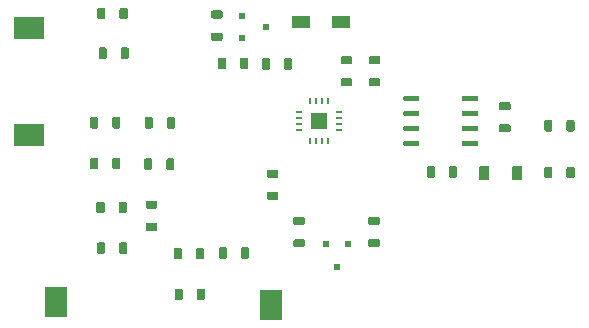
<source format=gbr>
G04 #@! TF.GenerationSoftware,KiCad,Pcbnew,(5.1.5-0)*
G04 #@! TF.CreationDate,2020-04-26T22:39:22-07:00*
G04 #@! TF.ProjectId,Solar-Battery-Charger,536f6c61-722d-4426-9174-746572792d43,rev?*
G04 #@! TF.SameCoordinates,Original*
G04 #@! TF.FileFunction,Paste,Top*
G04 #@! TF.FilePolarity,Positive*
%FSLAX46Y46*%
G04 Gerber Fmt 4.6, Leading zero omitted, Abs format (unit mm)*
G04 Created by KiCad (PCBNEW (5.1.5-0)) date 2020-04-26 22:39:22*
%MOMM*%
%LPD*%
G04 APERTURE LIST*
%ADD10R,2.542540X1.902460*%
%ADD11R,1.902460X2.542540*%
%ADD12R,0.560000X0.630000*%
%ADD13C,0.100000*%
%ADD14R,1.529080X1.084580*%
%ADD15R,0.630000X0.560000*%
%ADD16R,0.213360X0.568960*%
%ADD17R,0.568960X0.213360*%
%ADD18R,1.422400X1.422400*%
G04 APERTURE END LIST*
D10*
X180289200Y-102819200D03*
X180289200Y-93726000D03*
D11*
X200812400Y-117195600D03*
X182575200Y-116890800D03*
D12*
X206349600Y-113979200D03*
X205399600Y-111979200D03*
X207299600Y-111979200D03*
D13*
G36*
X186701849Y-95370422D02*
G01*
X186718412Y-95372879D01*
X186734655Y-95376947D01*
X186750420Y-95382588D01*
X186765557Y-95389747D01*
X186779919Y-95398355D01*
X186793368Y-95408330D01*
X186805775Y-95419575D01*
X186817020Y-95431982D01*
X186826995Y-95445431D01*
X186835603Y-95459793D01*
X186842762Y-95474930D01*
X186848403Y-95490695D01*
X186852471Y-95506938D01*
X186854928Y-95523501D01*
X186855750Y-95540225D01*
X186855750Y-96178975D01*
X186854928Y-96195699D01*
X186852471Y-96212262D01*
X186848403Y-96228505D01*
X186842762Y-96244270D01*
X186835603Y-96259407D01*
X186826995Y-96273769D01*
X186817020Y-96287218D01*
X186805775Y-96299625D01*
X186793368Y-96310870D01*
X186779919Y-96320845D01*
X186765557Y-96329453D01*
X186750420Y-96336612D01*
X186734655Y-96342253D01*
X186718412Y-96346321D01*
X186701849Y-96348778D01*
X186685125Y-96349600D01*
X186343875Y-96349600D01*
X186327151Y-96348778D01*
X186310588Y-96346321D01*
X186294345Y-96342253D01*
X186278580Y-96336612D01*
X186263443Y-96329453D01*
X186249081Y-96320845D01*
X186235632Y-96310870D01*
X186223225Y-96299625D01*
X186211980Y-96287218D01*
X186202005Y-96273769D01*
X186193397Y-96259407D01*
X186186238Y-96244270D01*
X186180597Y-96228505D01*
X186176529Y-96212262D01*
X186174072Y-96195699D01*
X186173250Y-96178975D01*
X186173250Y-95540225D01*
X186174072Y-95523501D01*
X186176529Y-95506938D01*
X186180597Y-95490695D01*
X186186238Y-95474930D01*
X186193397Y-95459793D01*
X186202005Y-95445431D01*
X186211980Y-95431982D01*
X186223225Y-95419575D01*
X186235632Y-95408330D01*
X186249081Y-95398355D01*
X186263443Y-95389747D01*
X186278580Y-95382588D01*
X186294345Y-95376947D01*
X186310588Y-95372879D01*
X186327151Y-95370422D01*
X186343875Y-95369600D01*
X186685125Y-95369600D01*
X186701849Y-95370422D01*
G37*
G36*
X188576849Y-95370422D02*
G01*
X188593412Y-95372879D01*
X188609655Y-95376947D01*
X188625420Y-95382588D01*
X188640557Y-95389747D01*
X188654919Y-95398355D01*
X188668368Y-95408330D01*
X188680775Y-95419575D01*
X188692020Y-95431982D01*
X188701995Y-95445431D01*
X188710603Y-95459793D01*
X188717762Y-95474930D01*
X188723403Y-95490695D01*
X188727471Y-95506938D01*
X188729928Y-95523501D01*
X188730750Y-95540225D01*
X188730750Y-96178975D01*
X188729928Y-96195699D01*
X188727471Y-96212262D01*
X188723403Y-96228505D01*
X188717762Y-96244270D01*
X188710603Y-96259407D01*
X188701995Y-96273769D01*
X188692020Y-96287218D01*
X188680775Y-96299625D01*
X188668368Y-96310870D01*
X188654919Y-96320845D01*
X188640557Y-96329453D01*
X188625420Y-96336612D01*
X188609655Y-96342253D01*
X188593412Y-96346321D01*
X188576849Y-96348778D01*
X188560125Y-96349600D01*
X188218875Y-96349600D01*
X188202151Y-96348778D01*
X188185588Y-96346321D01*
X188169345Y-96342253D01*
X188153580Y-96336612D01*
X188138443Y-96329453D01*
X188124081Y-96320845D01*
X188110632Y-96310870D01*
X188098225Y-96299625D01*
X188086980Y-96287218D01*
X188077005Y-96273769D01*
X188068397Y-96259407D01*
X188061238Y-96244270D01*
X188055597Y-96228505D01*
X188051529Y-96212262D01*
X188049072Y-96195699D01*
X188048250Y-96178975D01*
X188048250Y-95540225D01*
X188049072Y-95523501D01*
X188051529Y-95506938D01*
X188055597Y-95490695D01*
X188061238Y-95474930D01*
X188068397Y-95459793D01*
X188077005Y-95445431D01*
X188086980Y-95431982D01*
X188098225Y-95419575D01*
X188110632Y-95408330D01*
X188124081Y-95398355D01*
X188138443Y-95389747D01*
X188153580Y-95382588D01*
X188169345Y-95376947D01*
X188185588Y-95372879D01*
X188202151Y-95370422D01*
X188218875Y-95369600D01*
X188560125Y-95369600D01*
X188576849Y-95370422D01*
G37*
G36*
X196525699Y-94119872D02*
G01*
X196542262Y-94122329D01*
X196558505Y-94126397D01*
X196574270Y-94132038D01*
X196589407Y-94139197D01*
X196603769Y-94147805D01*
X196617218Y-94157780D01*
X196629625Y-94169025D01*
X196640870Y-94181432D01*
X196650845Y-94194881D01*
X196659453Y-94209243D01*
X196666612Y-94224380D01*
X196672253Y-94240145D01*
X196676321Y-94256388D01*
X196678778Y-94272951D01*
X196679600Y-94289675D01*
X196679600Y-94630925D01*
X196678778Y-94647649D01*
X196676321Y-94664212D01*
X196672253Y-94680455D01*
X196666612Y-94696220D01*
X196659453Y-94711357D01*
X196650845Y-94725719D01*
X196640870Y-94739168D01*
X196629625Y-94751575D01*
X196617218Y-94762820D01*
X196603769Y-94772795D01*
X196589407Y-94781403D01*
X196574270Y-94788562D01*
X196558505Y-94794203D01*
X196542262Y-94798271D01*
X196525699Y-94800728D01*
X196508975Y-94801550D01*
X195870225Y-94801550D01*
X195853501Y-94800728D01*
X195836938Y-94798271D01*
X195820695Y-94794203D01*
X195804930Y-94788562D01*
X195789793Y-94781403D01*
X195775431Y-94772795D01*
X195761982Y-94762820D01*
X195749575Y-94751575D01*
X195738330Y-94739168D01*
X195728355Y-94725719D01*
X195719747Y-94711357D01*
X195712588Y-94696220D01*
X195706947Y-94680455D01*
X195702879Y-94664212D01*
X195700422Y-94647649D01*
X195699600Y-94630925D01*
X195699600Y-94289675D01*
X195700422Y-94272951D01*
X195702879Y-94256388D01*
X195706947Y-94240145D01*
X195712588Y-94224380D01*
X195719747Y-94209243D01*
X195728355Y-94194881D01*
X195738330Y-94181432D01*
X195749575Y-94169025D01*
X195761982Y-94157780D01*
X195775431Y-94147805D01*
X195789793Y-94139197D01*
X195804930Y-94132038D01*
X195820695Y-94126397D01*
X195836938Y-94122329D01*
X195853501Y-94119872D01*
X195870225Y-94119050D01*
X196508975Y-94119050D01*
X196525699Y-94119872D01*
G37*
G36*
X196525699Y-92244872D02*
G01*
X196542262Y-92247329D01*
X196558505Y-92251397D01*
X196574270Y-92257038D01*
X196589407Y-92264197D01*
X196603769Y-92272805D01*
X196617218Y-92282780D01*
X196629625Y-92294025D01*
X196640870Y-92306432D01*
X196650845Y-92319881D01*
X196659453Y-92334243D01*
X196666612Y-92349380D01*
X196672253Y-92365145D01*
X196676321Y-92381388D01*
X196678778Y-92397951D01*
X196679600Y-92414675D01*
X196679600Y-92755925D01*
X196678778Y-92772649D01*
X196676321Y-92789212D01*
X196672253Y-92805455D01*
X196666612Y-92821220D01*
X196659453Y-92836357D01*
X196650845Y-92850719D01*
X196640870Y-92864168D01*
X196629625Y-92876575D01*
X196617218Y-92887820D01*
X196603769Y-92897795D01*
X196589407Y-92906403D01*
X196574270Y-92913562D01*
X196558505Y-92919203D01*
X196542262Y-92923271D01*
X196525699Y-92925728D01*
X196508975Y-92926550D01*
X195870225Y-92926550D01*
X195853501Y-92925728D01*
X195836938Y-92923271D01*
X195820695Y-92919203D01*
X195804930Y-92913562D01*
X195789793Y-92906403D01*
X195775431Y-92897795D01*
X195761982Y-92887820D01*
X195749575Y-92876575D01*
X195738330Y-92864168D01*
X195728355Y-92850719D01*
X195719747Y-92836357D01*
X195712588Y-92821220D01*
X195706947Y-92805455D01*
X195702879Y-92789212D01*
X195700422Y-92772649D01*
X195699600Y-92755925D01*
X195699600Y-92414675D01*
X195700422Y-92397951D01*
X195702879Y-92381388D01*
X195706947Y-92365145D01*
X195712588Y-92349380D01*
X195719747Y-92334243D01*
X195728355Y-92319881D01*
X195738330Y-92306432D01*
X195749575Y-92294025D01*
X195761982Y-92282780D01*
X195775431Y-92272805D01*
X195789793Y-92264197D01*
X195804930Y-92257038D01*
X195820695Y-92251397D01*
X195836938Y-92247329D01*
X195853501Y-92244872D01*
X195870225Y-92244050D01*
X196508975Y-92244050D01*
X196525699Y-92244872D01*
G37*
G36*
X190988499Y-110223472D02*
G01*
X191005062Y-110225929D01*
X191021305Y-110229997D01*
X191037070Y-110235638D01*
X191052207Y-110242797D01*
X191066569Y-110251405D01*
X191080018Y-110261380D01*
X191092425Y-110272625D01*
X191103670Y-110285032D01*
X191113645Y-110298481D01*
X191122253Y-110312843D01*
X191129412Y-110327980D01*
X191135053Y-110343745D01*
X191139121Y-110359988D01*
X191141578Y-110376551D01*
X191142400Y-110393275D01*
X191142400Y-110734525D01*
X191141578Y-110751249D01*
X191139121Y-110767812D01*
X191135053Y-110784055D01*
X191129412Y-110799820D01*
X191122253Y-110814957D01*
X191113645Y-110829319D01*
X191103670Y-110842768D01*
X191092425Y-110855175D01*
X191080018Y-110866420D01*
X191066569Y-110876395D01*
X191052207Y-110885003D01*
X191037070Y-110892162D01*
X191021305Y-110897803D01*
X191005062Y-110901871D01*
X190988499Y-110904328D01*
X190971775Y-110905150D01*
X190333025Y-110905150D01*
X190316301Y-110904328D01*
X190299738Y-110901871D01*
X190283495Y-110897803D01*
X190267730Y-110892162D01*
X190252593Y-110885003D01*
X190238231Y-110876395D01*
X190224782Y-110866420D01*
X190212375Y-110855175D01*
X190201130Y-110842768D01*
X190191155Y-110829319D01*
X190182547Y-110814957D01*
X190175388Y-110799820D01*
X190169747Y-110784055D01*
X190165679Y-110767812D01*
X190163222Y-110751249D01*
X190162400Y-110734525D01*
X190162400Y-110393275D01*
X190163222Y-110376551D01*
X190165679Y-110359988D01*
X190169747Y-110343745D01*
X190175388Y-110327980D01*
X190182547Y-110312843D01*
X190191155Y-110298481D01*
X190201130Y-110285032D01*
X190212375Y-110272625D01*
X190224782Y-110261380D01*
X190238231Y-110251405D01*
X190252593Y-110242797D01*
X190267730Y-110235638D01*
X190283495Y-110229997D01*
X190299738Y-110225929D01*
X190316301Y-110223472D01*
X190333025Y-110222650D01*
X190971775Y-110222650D01*
X190988499Y-110223472D01*
G37*
G36*
X190988499Y-108348472D02*
G01*
X191005062Y-108350929D01*
X191021305Y-108354997D01*
X191037070Y-108360638D01*
X191052207Y-108367797D01*
X191066569Y-108376405D01*
X191080018Y-108386380D01*
X191092425Y-108397625D01*
X191103670Y-108410032D01*
X191113645Y-108423481D01*
X191122253Y-108437843D01*
X191129412Y-108452980D01*
X191135053Y-108468745D01*
X191139121Y-108484988D01*
X191141578Y-108501551D01*
X191142400Y-108518275D01*
X191142400Y-108859525D01*
X191141578Y-108876249D01*
X191139121Y-108892812D01*
X191135053Y-108909055D01*
X191129412Y-108924820D01*
X191122253Y-108939957D01*
X191113645Y-108954319D01*
X191103670Y-108967768D01*
X191092425Y-108980175D01*
X191080018Y-108991420D01*
X191066569Y-109001395D01*
X191052207Y-109010003D01*
X191037070Y-109017162D01*
X191021305Y-109022803D01*
X191005062Y-109026871D01*
X190988499Y-109029328D01*
X190971775Y-109030150D01*
X190333025Y-109030150D01*
X190316301Y-109029328D01*
X190299738Y-109026871D01*
X190283495Y-109022803D01*
X190267730Y-109017162D01*
X190252593Y-109010003D01*
X190238231Y-109001395D01*
X190224782Y-108991420D01*
X190212375Y-108980175D01*
X190201130Y-108967768D01*
X190191155Y-108954319D01*
X190182547Y-108939957D01*
X190175388Y-108924820D01*
X190169747Y-108909055D01*
X190165679Y-108892812D01*
X190163222Y-108876249D01*
X190162400Y-108859525D01*
X190162400Y-108518275D01*
X190163222Y-108501551D01*
X190165679Y-108484988D01*
X190169747Y-108468745D01*
X190175388Y-108452980D01*
X190182547Y-108437843D01*
X190191155Y-108423481D01*
X190201130Y-108410032D01*
X190212375Y-108397625D01*
X190224782Y-108386380D01*
X190238231Y-108376405D01*
X190252593Y-108367797D01*
X190267730Y-108360638D01*
X190283495Y-108354997D01*
X190299738Y-108350929D01*
X190316301Y-108348472D01*
X190333025Y-108347650D01*
X190971775Y-108347650D01*
X190988499Y-108348472D01*
G37*
G36*
X207498499Y-97980672D02*
G01*
X207515062Y-97983129D01*
X207531305Y-97987197D01*
X207547070Y-97992838D01*
X207562207Y-97999997D01*
X207576569Y-98008605D01*
X207590018Y-98018580D01*
X207602425Y-98029825D01*
X207613670Y-98042232D01*
X207623645Y-98055681D01*
X207632253Y-98070043D01*
X207639412Y-98085180D01*
X207645053Y-98100945D01*
X207649121Y-98117188D01*
X207651578Y-98133751D01*
X207652400Y-98150475D01*
X207652400Y-98491725D01*
X207651578Y-98508449D01*
X207649121Y-98525012D01*
X207645053Y-98541255D01*
X207639412Y-98557020D01*
X207632253Y-98572157D01*
X207623645Y-98586519D01*
X207613670Y-98599968D01*
X207602425Y-98612375D01*
X207590018Y-98623620D01*
X207576569Y-98633595D01*
X207562207Y-98642203D01*
X207547070Y-98649362D01*
X207531305Y-98655003D01*
X207515062Y-98659071D01*
X207498499Y-98661528D01*
X207481775Y-98662350D01*
X206843025Y-98662350D01*
X206826301Y-98661528D01*
X206809738Y-98659071D01*
X206793495Y-98655003D01*
X206777730Y-98649362D01*
X206762593Y-98642203D01*
X206748231Y-98633595D01*
X206734782Y-98623620D01*
X206722375Y-98612375D01*
X206711130Y-98599968D01*
X206701155Y-98586519D01*
X206692547Y-98572157D01*
X206685388Y-98557020D01*
X206679747Y-98541255D01*
X206675679Y-98525012D01*
X206673222Y-98508449D01*
X206672400Y-98491725D01*
X206672400Y-98150475D01*
X206673222Y-98133751D01*
X206675679Y-98117188D01*
X206679747Y-98100945D01*
X206685388Y-98085180D01*
X206692547Y-98070043D01*
X206701155Y-98055681D01*
X206711130Y-98042232D01*
X206722375Y-98029825D01*
X206734782Y-98018580D01*
X206748231Y-98008605D01*
X206762593Y-97999997D01*
X206777730Y-97992838D01*
X206793495Y-97987197D01*
X206809738Y-97983129D01*
X206826301Y-97980672D01*
X206843025Y-97979850D01*
X207481775Y-97979850D01*
X207498499Y-97980672D01*
G37*
G36*
X207498499Y-96105672D02*
G01*
X207515062Y-96108129D01*
X207531305Y-96112197D01*
X207547070Y-96117838D01*
X207562207Y-96124997D01*
X207576569Y-96133605D01*
X207590018Y-96143580D01*
X207602425Y-96154825D01*
X207613670Y-96167232D01*
X207623645Y-96180681D01*
X207632253Y-96195043D01*
X207639412Y-96210180D01*
X207645053Y-96225945D01*
X207649121Y-96242188D01*
X207651578Y-96258751D01*
X207652400Y-96275475D01*
X207652400Y-96616725D01*
X207651578Y-96633449D01*
X207649121Y-96650012D01*
X207645053Y-96666255D01*
X207639412Y-96682020D01*
X207632253Y-96697157D01*
X207623645Y-96711519D01*
X207613670Y-96724968D01*
X207602425Y-96737375D01*
X207590018Y-96748620D01*
X207576569Y-96758595D01*
X207562207Y-96767203D01*
X207547070Y-96774362D01*
X207531305Y-96780003D01*
X207515062Y-96784071D01*
X207498499Y-96786528D01*
X207481775Y-96787350D01*
X206843025Y-96787350D01*
X206826301Y-96786528D01*
X206809738Y-96784071D01*
X206793495Y-96780003D01*
X206777730Y-96774362D01*
X206762593Y-96767203D01*
X206748231Y-96758595D01*
X206734782Y-96748620D01*
X206722375Y-96737375D01*
X206711130Y-96724968D01*
X206701155Y-96711519D01*
X206692547Y-96697157D01*
X206685388Y-96682020D01*
X206679747Y-96666255D01*
X206675679Y-96650012D01*
X206673222Y-96633449D01*
X206672400Y-96616725D01*
X206672400Y-96275475D01*
X206673222Y-96258751D01*
X206675679Y-96242188D01*
X206679747Y-96225945D01*
X206685388Y-96210180D01*
X206692547Y-96195043D01*
X206701155Y-96180681D01*
X206711130Y-96167232D01*
X206722375Y-96154825D01*
X206734782Y-96143580D01*
X206748231Y-96133605D01*
X206762593Y-96124997D01*
X206777730Y-96117838D01*
X206793495Y-96112197D01*
X206809738Y-96108129D01*
X206826301Y-96105672D01*
X206843025Y-96104850D01*
X207481775Y-96104850D01*
X207498499Y-96105672D01*
G37*
G36*
X203485299Y-109747772D02*
G01*
X203501862Y-109750229D01*
X203518105Y-109754297D01*
X203533870Y-109759938D01*
X203549007Y-109767097D01*
X203563369Y-109775705D01*
X203576818Y-109785680D01*
X203589225Y-109796925D01*
X203600470Y-109809332D01*
X203610445Y-109822781D01*
X203619053Y-109837143D01*
X203626212Y-109852280D01*
X203631853Y-109868045D01*
X203635921Y-109884288D01*
X203638378Y-109900851D01*
X203639200Y-109917575D01*
X203639200Y-110258825D01*
X203638378Y-110275549D01*
X203635921Y-110292112D01*
X203631853Y-110308355D01*
X203626212Y-110324120D01*
X203619053Y-110339257D01*
X203610445Y-110353619D01*
X203600470Y-110367068D01*
X203589225Y-110379475D01*
X203576818Y-110390720D01*
X203563369Y-110400695D01*
X203549007Y-110409303D01*
X203533870Y-110416462D01*
X203518105Y-110422103D01*
X203501862Y-110426171D01*
X203485299Y-110428628D01*
X203468575Y-110429450D01*
X202829825Y-110429450D01*
X202813101Y-110428628D01*
X202796538Y-110426171D01*
X202780295Y-110422103D01*
X202764530Y-110416462D01*
X202749393Y-110409303D01*
X202735031Y-110400695D01*
X202721582Y-110390720D01*
X202709175Y-110379475D01*
X202697930Y-110367068D01*
X202687955Y-110353619D01*
X202679347Y-110339257D01*
X202672188Y-110324120D01*
X202666547Y-110308355D01*
X202662479Y-110292112D01*
X202660022Y-110275549D01*
X202659200Y-110258825D01*
X202659200Y-109917575D01*
X202660022Y-109900851D01*
X202662479Y-109884288D01*
X202666547Y-109868045D01*
X202672188Y-109852280D01*
X202679347Y-109837143D01*
X202687955Y-109822781D01*
X202697930Y-109809332D01*
X202709175Y-109796925D01*
X202721582Y-109785680D01*
X202735031Y-109775705D01*
X202749393Y-109767097D01*
X202764530Y-109759938D01*
X202780295Y-109754297D01*
X202796538Y-109750229D01*
X202813101Y-109747772D01*
X202829825Y-109746950D01*
X203468575Y-109746950D01*
X203485299Y-109747772D01*
G37*
G36*
X203485299Y-111622772D02*
G01*
X203501862Y-111625229D01*
X203518105Y-111629297D01*
X203533870Y-111634938D01*
X203549007Y-111642097D01*
X203563369Y-111650705D01*
X203576818Y-111660680D01*
X203589225Y-111671925D01*
X203600470Y-111684332D01*
X203610445Y-111697781D01*
X203619053Y-111712143D01*
X203626212Y-111727280D01*
X203631853Y-111743045D01*
X203635921Y-111759288D01*
X203638378Y-111775851D01*
X203639200Y-111792575D01*
X203639200Y-112133825D01*
X203638378Y-112150549D01*
X203635921Y-112167112D01*
X203631853Y-112183355D01*
X203626212Y-112199120D01*
X203619053Y-112214257D01*
X203610445Y-112228619D01*
X203600470Y-112242068D01*
X203589225Y-112254475D01*
X203576818Y-112265720D01*
X203563369Y-112275695D01*
X203549007Y-112284303D01*
X203533870Y-112291462D01*
X203518105Y-112297103D01*
X203501862Y-112301171D01*
X203485299Y-112303628D01*
X203468575Y-112304450D01*
X202829825Y-112304450D01*
X202813101Y-112303628D01*
X202796538Y-112301171D01*
X202780295Y-112297103D01*
X202764530Y-112291462D01*
X202749393Y-112284303D01*
X202735031Y-112275695D01*
X202721582Y-112265720D01*
X202709175Y-112254475D01*
X202697930Y-112242068D01*
X202687955Y-112228619D01*
X202679347Y-112214257D01*
X202672188Y-112199120D01*
X202666547Y-112183355D01*
X202662479Y-112167112D01*
X202660022Y-112150549D01*
X202659200Y-112133825D01*
X202659200Y-111792575D01*
X202660022Y-111775851D01*
X202662479Y-111759288D01*
X202666547Y-111743045D01*
X202672188Y-111727280D01*
X202679347Y-111712143D01*
X202687955Y-111697781D01*
X202697930Y-111684332D01*
X202709175Y-111671925D01*
X202721582Y-111660680D01*
X202735031Y-111650705D01*
X202749393Y-111642097D01*
X202764530Y-111634938D01*
X202780295Y-111629297D01*
X202796538Y-111625229D01*
X202813101Y-111622772D01*
X202829825Y-111621950D01*
X203468575Y-111621950D01*
X203485299Y-111622772D01*
G37*
G36*
X209835299Y-111595072D02*
G01*
X209851862Y-111597529D01*
X209868105Y-111601597D01*
X209883870Y-111607238D01*
X209899007Y-111614397D01*
X209913369Y-111623005D01*
X209926818Y-111632980D01*
X209939225Y-111644225D01*
X209950470Y-111656632D01*
X209960445Y-111670081D01*
X209969053Y-111684443D01*
X209976212Y-111699580D01*
X209981853Y-111715345D01*
X209985921Y-111731588D01*
X209988378Y-111748151D01*
X209989200Y-111764875D01*
X209989200Y-112106125D01*
X209988378Y-112122849D01*
X209985921Y-112139412D01*
X209981853Y-112155655D01*
X209976212Y-112171420D01*
X209969053Y-112186557D01*
X209960445Y-112200919D01*
X209950470Y-112214368D01*
X209939225Y-112226775D01*
X209926818Y-112238020D01*
X209913369Y-112247995D01*
X209899007Y-112256603D01*
X209883870Y-112263762D01*
X209868105Y-112269403D01*
X209851862Y-112273471D01*
X209835299Y-112275928D01*
X209818575Y-112276750D01*
X209179825Y-112276750D01*
X209163101Y-112275928D01*
X209146538Y-112273471D01*
X209130295Y-112269403D01*
X209114530Y-112263762D01*
X209099393Y-112256603D01*
X209085031Y-112247995D01*
X209071582Y-112238020D01*
X209059175Y-112226775D01*
X209047930Y-112214368D01*
X209037955Y-112200919D01*
X209029347Y-112186557D01*
X209022188Y-112171420D01*
X209016547Y-112155655D01*
X209012479Y-112139412D01*
X209010022Y-112122849D01*
X209009200Y-112106125D01*
X209009200Y-111764875D01*
X209010022Y-111748151D01*
X209012479Y-111731588D01*
X209016547Y-111715345D01*
X209022188Y-111699580D01*
X209029347Y-111684443D01*
X209037955Y-111670081D01*
X209047930Y-111656632D01*
X209059175Y-111644225D01*
X209071582Y-111632980D01*
X209085031Y-111623005D01*
X209099393Y-111614397D01*
X209114530Y-111607238D01*
X209130295Y-111601597D01*
X209146538Y-111597529D01*
X209163101Y-111595072D01*
X209179825Y-111594250D01*
X209818575Y-111594250D01*
X209835299Y-111595072D01*
G37*
G36*
X209835299Y-109720072D02*
G01*
X209851862Y-109722529D01*
X209868105Y-109726597D01*
X209883870Y-109732238D01*
X209899007Y-109739397D01*
X209913369Y-109748005D01*
X209926818Y-109757980D01*
X209939225Y-109769225D01*
X209950470Y-109781632D01*
X209960445Y-109795081D01*
X209969053Y-109809443D01*
X209976212Y-109824580D01*
X209981853Y-109840345D01*
X209985921Y-109856588D01*
X209988378Y-109873151D01*
X209989200Y-109889875D01*
X209989200Y-110231125D01*
X209988378Y-110247849D01*
X209985921Y-110264412D01*
X209981853Y-110280655D01*
X209976212Y-110296420D01*
X209969053Y-110311557D01*
X209960445Y-110325919D01*
X209950470Y-110339368D01*
X209939225Y-110351775D01*
X209926818Y-110363020D01*
X209913369Y-110372995D01*
X209899007Y-110381603D01*
X209883870Y-110388762D01*
X209868105Y-110394403D01*
X209851862Y-110398471D01*
X209835299Y-110400928D01*
X209818575Y-110401750D01*
X209179825Y-110401750D01*
X209163101Y-110400928D01*
X209146538Y-110398471D01*
X209130295Y-110394403D01*
X209114530Y-110388762D01*
X209099393Y-110381603D01*
X209085031Y-110372995D01*
X209071582Y-110363020D01*
X209059175Y-110351775D01*
X209047930Y-110339368D01*
X209037955Y-110325919D01*
X209029347Y-110311557D01*
X209022188Y-110296420D01*
X209016547Y-110280655D01*
X209012479Y-110264412D01*
X209010022Y-110247849D01*
X209009200Y-110231125D01*
X209009200Y-109889875D01*
X209010022Y-109873151D01*
X209012479Y-109856588D01*
X209016547Y-109840345D01*
X209022188Y-109824580D01*
X209029347Y-109809443D01*
X209037955Y-109795081D01*
X209047930Y-109781632D01*
X209059175Y-109769225D01*
X209071582Y-109757980D01*
X209085031Y-109748005D01*
X209099393Y-109739397D01*
X209114530Y-109732238D01*
X209130295Y-109726597D01*
X209146538Y-109722529D01*
X209163101Y-109720072D01*
X209179825Y-109719250D01*
X209818575Y-109719250D01*
X209835299Y-109720072D01*
G37*
G36*
X201250099Y-107604972D02*
G01*
X201266662Y-107607429D01*
X201282905Y-107611497D01*
X201298670Y-107617138D01*
X201313807Y-107624297D01*
X201328169Y-107632905D01*
X201341618Y-107642880D01*
X201354025Y-107654125D01*
X201365270Y-107666532D01*
X201375245Y-107679981D01*
X201383853Y-107694343D01*
X201391012Y-107709480D01*
X201396653Y-107725245D01*
X201400721Y-107741488D01*
X201403178Y-107758051D01*
X201404000Y-107774775D01*
X201404000Y-108116025D01*
X201403178Y-108132749D01*
X201400721Y-108149312D01*
X201396653Y-108165555D01*
X201391012Y-108181320D01*
X201383853Y-108196457D01*
X201375245Y-108210819D01*
X201365270Y-108224268D01*
X201354025Y-108236675D01*
X201341618Y-108247920D01*
X201328169Y-108257895D01*
X201313807Y-108266503D01*
X201298670Y-108273662D01*
X201282905Y-108279303D01*
X201266662Y-108283371D01*
X201250099Y-108285828D01*
X201233375Y-108286650D01*
X200594625Y-108286650D01*
X200577901Y-108285828D01*
X200561338Y-108283371D01*
X200545095Y-108279303D01*
X200529330Y-108273662D01*
X200514193Y-108266503D01*
X200499831Y-108257895D01*
X200486382Y-108247920D01*
X200473975Y-108236675D01*
X200462730Y-108224268D01*
X200452755Y-108210819D01*
X200444147Y-108196457D01*
X200436988Y-108181320D01*
X200431347Y-108165555D01*
X200427279Y-108149312D01*
X200424822Y-108132749D01*
X200424000Y-108116025D01*
X200424000Y-107774775D01*
X200424822Y-107758051D01*
X200427279Y-107741488D01*
X200431347Y-107725245D01*
X200436988Y-107709480D01*
X200444147Y-107694343D01*
X200452755Y-107679981D01*
X200462730Y-107666532D01*
X200473975Y-107654125D01*
X200486382Y-107642880D01*
X200499831Y-107632905D01*
X200514193Y-107624297D01*
X200529330Y-107617138D01*
X200545095Y-107611497D01*
X200561338Y-107607429D01*
X200577901Y-107604972D01*
X200594625Y-107604150D01*
X201233375Y-107604150D01*
X201250099Y-107604972D01*
G37*
G36*
X201250099Y-105729972D02*
G01*
X201266662Y-105732429D01*
X201282905Y-105736497D01*
X201298670Y-105742138D01*
X201313807Y-105749297D01*
X201328169Y-105757905D01*
X201341618Y-105767880D01*
X201354025Y-105779125D01*
X201365270Y-105791532D01*
X201375245Y-105804981D01*
X201383853Y-105819343D01*
X201391012Y-105834480D01*
X201396653Y-105850245D01*
X201400721Y-105866488D01*
X201403178Y-105883051D01*
X201404000Y-105899775D01*
X201404000Y-106241025D01*
X201403178Y-106257749D01*
X201400721Y-106274312D01*
X201396653Y-106290555D01*
X201391012Y-106306320D01*
X201383853Y-106321457D01*
X201375245Y-106335819D01*
X201365270Y-106349268D01*
X201354025Y-106361675D01*
X201341618Y-106372920D01*
X201328169Y-106382895D01*
X201313807Y-106391503D01*
X201298670Y-106398662D01*
X201282905Y-106404303D01*
X201266662Y-106408371D01*
X201250099Y-106410828D01*
X201233375Y-106411650D01*
X200594625Y-106411650D01*
X200577901Y-106410828D01*
X200561338Y-106408371D01*
X200545095Y-106404303D01*
X200529330Y-106398662D01*
X200514193Y-106391503D01*
X200499831Y-106382895D01*
X200486382Y-106372920D01*
X200473975Y-106361675D01*
X200462730Y-106349268D01*
X200452755Y-106335819D01*
X200444147Y-106321457D01*
X200436988Y-106306320D01*
X200431347Y-106290555D01*
X200427279Y-106274312D01*
X200424822Y-106257749D01*
X200424000Y-106241025D01*
X200424000Y-105899775D01*
X200424822Y-105883051D01*
X200427279Y-105866488D01*
X200431347Y-105850245D01*
X200436988Y-105834480D01*
X200444147Y-105819343D01*
X200452755Y-105804981D01*
X200462730Y-105791532D01*
X200473975Y-105779125D01*
X200486382Y-105767880D01*
X200499831Y-105757905D01*
X200514193Y-105749297D01*
X200529330Y-105742138D01*
X200545095Y-105736497D01*
X200561338Y-105732429D01*
X200577901Y-105729972D01*
X200594625Y-105729150D01*
X201233375Y-105729150D01*
X201250099Y-105729972D01*
G37*
G36*
X220909699Y-100017272D02*
G01*
X220926262Y-100019729D01*
X220942505Y-100023797D01*
X220958270Y-100029438D01*
X220973407Y-100036597D01*
X220987769Y-100045205D01*
X221001218Y-100055180D01*
X221013625Y-100066425D01*
X221024870Y-100078832D01*
X221034845Y-100092281D01*
X221043453Y-100106643D01*
X221050612Y-100121780D01*
X221056253Y-100137545D01*
X221060321Y-100153788D01*
X221062778Y-100170351D01*
X221063600Y-100187075D01*
X221063600Y-100528325D01*
X221062778Y-100545049D01*
X221060321Y-100561612D01*
X221056253Y-100577855D01*
X221050612Y-100593620D01*
X221043453Y-100608757D01*
X221034845Y-100623119D01*
X221024870Y-100636568D01*
X221013625Y-100648975D01*
X221001218Y-100660220D01*
X220987769Y-100670195D01*
X220973407Y-100678803D01*
X220958270Y-100685962D01*
X220942505Y-100691603D01*
X220926262Y-100695671D01*
X220909699Y-100698128D01*
X220892975Y-100698950D01*
X220254225Y-100698950D01*
X220237501Y-100698128D01*
X220220938Y-100695671D01*
X220204695Y-100691603D01*
X220188930Y-100685962D01*
X220173793Y-100678803D01*
X220159431Y-100670195D01*
X220145982Y-100660220D01*
X220133575Y-100648975D01*
X220122330Y-100636568D01*
X220112355Y-100623119D01*
X220103747Y-100608757D01*
X220096588Y-100593620D01*
X220090947Y-100577855D01*
X220086879Y-100561612D01*
X220084422Y-100545049D01*
X220083600Y-100528325D01*
X220083600Y-100187075D01*
X220084422Y-100170351D01*
X220086879Y-100153788D01*
X220090947Y-100137545D01*
X220096588Y-100121780D01*
X220103747Y-100106643D01*
X220112355Y-100092281D01*
X220122330Y-100078832D01*
X220133575Y-100066425D01*
X220145982Y-100055180D01*
X220159431Y-100045205D01*
X220173793Y-100036597D01*
X220188930Y-100029438D01*
X220204695Y-100023797D01*
X220220938Y-100019729D01*
X220237501Y-100017272D01*
X220254225Y-100016450D01*
X220892975Y-100016450D01*
X220909699Y-100017272D01*
G37*
G36*
X220909699Y-101892272D02*
G01*
X220926262Y-101894729D01*
X220942505Y-101898797D01*
X220958270Y-101904438D01*
X220973407Y-101911597D01*
X220987769Y-101920205D01*
X221001218Y-101930180D01*
X221013625Y-101941425D01*
X221024870Y-101953832D01*
X221034845Y-101967281D01*
X221043453Y-101981643D01*
X221050612Y-101996780D01*
X221056253Y-102012545D01*
X221060321Y-102028788D01*
X221062778Y-102045351D01*
X221063600Y-102062075D01*
X221063600Y-102403325D01*
X221062778Y-102420049D01*
X221060321Y-102436612D01*
X221056253Y-102452855D01*
X221050612Y-102468620D01*
X221043453Y-102483757D01*
X221034845Y-102498119D01*
X221024870Y-102511568D01*
X221013625Y-102523975D01*
X221001218Y-102535220D01*
X220987769Y-102545195D01*
X220973407Y-102553803D01*
X220958270Y-102560962D01*
X220942505Y-102566603D01*
X220926262Y-102570671D01*
X220909699Y-102573128D01*
X220892975Y-102573950D01*
X220254225Y-102573950D01*
X220237501Y-102573128D01*
X220220938Y-102570671D01*
X220204695Y-102566603D01*
X220188930Y-102560962D01*
X220173793Y-102553803D01*
X220159431Y-102545195D01*
X220145982Y-102535220D01*
X220133575Y-102523975D01*
X220122330Y-102511568D01*
X220112355Y-102498119D01*
X220103747Y-102483757D01*
X220096588Y-102468620D01*
X220090947Y-102452855D01*
X220086879Y-102436612D01*
X220084422Y-102420049D01*
X220083600Y-102403325D01*
X220083600Y-102062075D01*
X220084422Y-102045351D01*
X220086879Y-102028788D01*
X220090947Y-102012545D01*
X220096588Y-101996780D01*
X220103747Y-101981643D01*
X220112355Y-101967281D01*
X220122330Y-101953832D01*
X220133575Y-101941425D01*
X220145982Y-101930180D01*
X220159431Y-101920205D01*
X220173793Y-101911597D01*
X220188930Y-101904438D01*
X220204695Y-101898797D01*
X220220938Y-101894729D01*
X220237501Y-101892272D01*
X220254225Y-101891450D01*
X220892975Y-101891450D01*
X220909699Y-101892272D01*
G37*
G36*
X224446249Y-101517222D02*
G01*
X224462812Y-101519679D01*
X224479055Y-101523747D01*
X224494820Y-101529388D01*
X224509957Y-101536547D01*
X224524319Y-101545155D01*
X224537768Y-101555130D01*
X224550175Y-101566375D01*
X224561420Y-101578782D01*
X224571395Y-101592231D01*
X224580003Y-101606593D01*
X224587162Y-101621730D01*
X224592803Y-101637495D01*
X224596871Y-101653738D01*
X224599328Y-101670301D01*
X224600150Y-101687025D01*
X224600150Y-102325775D01*
X224599328Y-102342499D01*
X224596871Y-102359062D01*
X224592803Y-102375305D01*
X224587162Y-102391070D01*
X224580003Y-102406207D01*
X224571395Y-102420569D01*
X224561420Y-102434018D01*
X224550175Y-102446425D01*
X224537768Y-102457670D01*
X224524319Y-102467645D01*
X224509957Y-102476253D01*
X224494820Y-102483412D01*
X224479055Y-102489053D01*
X224462812Y-102493121D01*
X224446249Y-102495578D01*
X224429525Y-102496400D01*
X224088275Y-102496400D01*
X224071551Y-102495578D01*
X224054988Y-102493121D01*
X224038745Y-102489053D01*
X224022980Y-102483412D01*
X224007843Y-102476253D01*
X223993481Y-102467645D01*
X223980032Y-102457670D01*
X223967625Y-102446425D01*
X223956380Y-102434018D01*
X223946405Y-102420569D01*
X223937797Y-102406207D01*
X223930638Y-102391070D01*
X223924997Y-102375305D01*
X223920929Y-102359062D01*
X223918472Y-102342499D01*
X223917650Y-102325775D01*
X223917650Y-101687025D01*
X223918472Y-101670301D01*
X223920929Y-101653738D01*
X223924997Y-101637495D01*
X223930638Y-101621730D01*
X223937797Y-101606593D01*
X223946405Y-101592231D01*
X223956380Y-101578782D01*
X223967625Y-101566375D01*
X223980032Y-101555130D01*
X223993481Y-101545155D01*
X224007843Y-101536547D01*
X224022980Y-101529388D01*
X224038745Y-101523747D01*
X224054988Y-101519679D01*
X224071551Y-101517222D01*
X224088275Y-101516400D01*
X224429525Y-101516400D01*
X224446249Y-101517222D01*
G37*
G36*
X226321249Y-101517222D02*
G01*
X226337812Y-101519679D01*
X226354055Y-101523747D01*
X226369820Y-101529388D01*
X226384957Y-101536547D01*
X226399319Y-101545155D01*
X226412768Y-101555130D01*
X226425175Y-101566375D01*
X226436420Y-101578782D01*
X226446395Y-101592231D01*
X226455003Y-101606593D01*
X226462162Y-101621730D01*
X226467803Y-101637495D01*
X226471871Y-101653738D01*
X226474328Y-101670301D01*
X226475150Y-101687025D01*
X226475150Y-102325775D01*
X226474328Y-102342499D01*
X226471871Y-102359062D01*
X226467803Y-102375305D01*
X226462162Y-102391070D01*
X226455003Y-102406207D01*
X226446395Y-102420569D01*
X226436420Y-102434018D01*
X226425175Y-102446425D01*
X226412768Y-102457670D01*
X226399319Y-102467645D01*
X226384957Y-102476253D01*
X226369820Y-102483412D01*
X226354055Y-102489053D01*
X226337812Y-102493121D01*
X226321249Y-102495578D01*
X226304525Y-102496400D01*
X225963275Y-102496400D01*
X225946551Y-102495578D01*
X225929988Y-102493121D01*
X225913745Y-102489053D01*
X225897980Y-102483412D01*
X225882843Y-102476253D01*
X225868481Y-102467645D01*
X225855032Y-102457670D01*
X225842625Y-102446425D01*
X225831380Y-102434018D01*
X225821405Y-102420569D01*
X225812797Y-102406207D01*
X225805638Y-102391070D01*
X225799997Y-102375305D01*
X225795929Y-102359062D01*
X225793472Y-102342499D01*
X225792650Y-102325775D01*
X225792650Y-101687025D01*
X225793472Y-101670301D01*
X225795929Y-101653738D01*
X225799997Y-101637495D01*
X225805638Y-101621730D01*
X225812797Y-101606593D01*
X225821405Y-101592231D01*
X225831380Y-101578782D01*
X225842625Y-101566375D01*
X225855032Y-101555130D01*
X225868481Y-101545155D01*
X225882843Y-101536547D01*
X225897980Y-101529388D01*
X225913745Y-101523747D01*
X225929988Y-101519679D01*
X225946551Y-101517222D01*
X225963275Y-101516400D01*
X226304525Y-101516400D01*
X226321249Y-101517222D01*
G37*
G36*
X226321249Y-105479622D02*
G01*
X226337812Y-105482079D01*
X226354055Y-105486147D01*
X226369820Y-105491788D01*
X226384957Y-105498947D01*
X226399319Y-105507555D01*
X226412768Y-105517530D01*
X226425175Y-105528775D01*
X226436420Y-105541182D01*
X226446395Y-105554631D01*
X226455003Y-105568993D01*
X226462162Y-105584130D01*
X226467803Y-105599895D01*
X226471871Y-105616138D01*
X226474328Y-105632701D01*
X226475150Y-105649425D01*
X226475150Y-106288175D01*
X226474328Y-106304899D01*
X226471871Y-106321462D01*
X226467803Y-106337705D01*
X226462162Y-106353470D01*
X226455003Y-106368607D01*
X226446395Y-106382969D01*
X226436420Y-106396418D01*
X226425175Y-106408825D01*
X226412768Y-106420070D01*
X226399319Y-106430045D01*
X226384957Y-106438653D01*
X226369820Y-106445812D01*
X226354055Y-106451453D01*
X226337812Y-106455521D01*
X226321249Y-106457978D01*
X226304525Y-106458800D01*
X225963275Y-106458800D01*
X225946551Y-106457978D01*
X225929988Y-106455521D01*
X225913745Y-106451453D01*
X225897980Y-106445812D01*
X225882843Y-106438653D01*
X225868481Y-106430045D01*
X225855032Y-106420070D01*
X225842625Y-106408825D01*
X225831380Y-106396418D01*
X225821405Y-106382969D01*
X225812797Y-106368607D01*
X225805638Y-106353470D01*
X225799997Y-106337705D01*
X225795929Y-106321462D01*
X225793472Y-106304899D01*
X225792650Y-106288175D01*
X225792650Y-105649425D01*
X225793472Y-105632701D01*
X225795929Y-105616138D01*
X225799997Y-105599895D01*
X225805638Y-105584130D01*
X225812797Y-105568993D01*
X225821405Y-105554631D01*
X225831380Y-105541182D01*
X225842625Y-105528775D01*
X225855032Y-105517530D01*
X225868481Y-105507555D01*
X225882843Y-105498947D01*
X225897980Y-105491788D01*
X225913745Y-105486147D01*
X225929988Y-105482079D01*
X225946551Y-105479622D01*
X225963275Y-105478800D01*
X226304525Y-105478800D01*
X226321249Y-105479622D01*
G37*
G36*
X224446249Y-105479622D02*
G01*
X224462812Y-105482079D01*
X224479055Y-105486147D01*
X224494820Y-105491788D01*
X224509957Y-105498947D01*
X224524319Y-105507555D01*
X224537768Y-105517530D01*
X224550175Y-105528775D01*
X224561420Y-105541182D01*
X224571395Y-105554631D01*
X224580003Y-105568993D01*
X224587162Y-105584130D01*
X224592803Y-105599895D01*
X224596871Y-105616138D01*
X224599328Y-105632701D01*
X224600150Y-105649425D01*
X224600150Y-106288175D01*
X224599328Y-106304899D01*
X224596871Y-106321462D01*
X224592803Y-106337705D01*
X224587162Y-106353470D01*
X224580003Y-106368607D01*
X224571395Y-106382969D01*
X224561420Y-106396418D01*
X224550175Y-106408825D01*
X224537768Y-106420070D01*
X224524319Y-106430045D01*
X224509957Y-106438653D01*
X224494820Y-106445812D01*
X224479055Y-106451453D01*
X224462812Y-106455521D01*
X224446249Y-106457978D01*
X224429525Y-106458800D01*
X224088275Y-106458800D01*
X224071551Y-106457978D01*
X224054988Y-106455521D01*
X224038745Y-106451453D01*
X224022980Y-106445812D01*
X224007843Y-106438653D01*
X223993481Y-106430045D01*
X223980032Y-106420070D01*
X223967625Y-106408825D01*
X223956380Y-106396418D01*
X223946405Y-106382969D01*
X223937797Y-106368607D01*
X223930638Y-106353470D01*
X223924997Y-106337705D01*
X223920929Y-106321462D01*
X223918472Y-106304899D01*
X223917650Y-106288175D01*
X223917650Y-105649425D01*
X223918472Y-105632701D01*
X223920929Y-105616138D01*
X223924997Y-105599895D01*
X223930638Y-105584130D01*
X223937797Y-105568993D01*
X223946405Y-105554631D01*
X223956380Y-105541182D01*
X223967625Y-105528775D01*
X223980032Y-105517530D01*
X223993481Y-105507555D01*
X224007843Y-105498947D01*
X224022980Y-105491788D01*
X224038745Y-105486147D01*
X224054988Y-105482079D01*
X224071551Y-105479622D01*
X224088275Y-105478800D01*
X224429525Y-105478800D01*
X224446249Y-105479622D01*
G37*
G36*
X193153449Y-115792022D02*
G01*
X193170012Y-115794479D01*
X193186255Y-115798547D01*
X193202020Y-115804188D01*
X193217157Y-115811347D01*
X193231519Y-115819955D01*
X193244968Y-115829930D01*
X193257375Y-115841175D01*
X193268620Y-115853582D01*
X193278595Y-115867031D01*
X193287203Y-115881393D01*
X193294362Y-115896530D01*
X193300003Y-115912295D01*
X193304071Y-115928538D01*
X193306528Y-115945101D01*
X193307350Y-115961825D01*
X193307350Y-116600575D01*
X193306528Y-116617299D01*
X193304071Y-116633862D01*
X193300003Y-116650105D01*
X193294362Y-116665870D01*
X193287203Y-116681007D01*
X193278595Y-116695369D01*
X193268620Y-116708818D01*
X193257375Y-116721225D01*
X193244968Y-116732470D01*
X193231519Y-116742445D01*
X193217157Y-116751053D01*
X193202020Y-116758212D01*
X193186255Y-116763853D01*
X193170012Y-116767921D01*
X193153449Y-116770378D01*
X193136725Y-116771200D01*
X192795475Y-116771200D01*
X192778751Y-116770378D01*
X192762188Y-116767921D01*
X192745945Y-116763853D01*
X192730180Y-116758212D01*
X192715043Y-116751053D01*
X192700681Y-116742445D01*
X192687232Y-116732470D01*
X192674825Y-116721225D01*
X192663580Y-116708818D01*
X192653605Y-116695369D01*
X192644997Y-116681007D01*
X192637838Y-116665870D01*
X192632197Y-116650105D01*
X192628129Y-116633862D01*
X192625672Y-116617299D01*
X192624850Y-116600575D01*
X192624850Y-115961825D01*
X192625672Y-115945101D01*
X192628129Y-115928538D01*
X192632197Y-115912295D01*
X192637838Y-115896530D01*
X192644997Y-115881393D01*
X192653605Y-115867031D01*
X192663580Y-115853582D01*
X192674825Y-115841175D01*
X192687232Y-115829930D01*
X192700681Y-115819955D01*
X192715043Y-115811347D01*
X192730180Y-115804188D01*
X192745945Y-115798547D01*
X192762188Y-115794479D01*
X192778751Y-115792022D01*
X192795475Y-115791200D01*
X193136725Y-115791200D01*
X193153449Y-115792022D01*
G37*
G36*
X195028449Y-115792022D02*
G01*
X195045012Y-115794479D01*
X195061255Y-115798547D01*
X195077020Y-115804188D01*
X195092157Y-115811347D01*
X195106519Y-115819955D01*
X195119968Y-115829930D01*
X195132375Y-115841175D01*
X195143620Y-115853582D01*
X195153595Y-115867031D01*
X195162203Y-115881393D01*
X195169362Y-115896530D01*
X195175003Y-115912295D01*
X195179071Y-115928538D01*
X195181528Y-115945101D01*
X195182350Y-115961825D01*
X195182350Y-116600575D01*
X195181528Y-116617299D01*
X195179071Y-116633862D01*
X195175003Y-116650105D01*
X195169362Y-116665870D01*
X195162203Y-116681007D01*
X195153595Y-116695369D01*
X195143620Y-116708818D01*
X195132375Y-116721225D01*
X195119968Y-116732470D01*
X195106519Y-116742445D01*
X195092157Y-116751053D01*
X195077020Y-116758212D01*
X195061255Y-116763853D01*
X195045012Y-116767921D01*
X195028449Y-116770378D01*
X195011725Y-116771200D01*
X194670475Y-116771200D01*
X194653751Y-116770378D01*
X194637188Y-116767921D01*
X194620945Y-116763853D01*
X194605180Y-116758212D01*
X194590043Y-116751053D01*
X194575681Y-116742445D01*
X194562232Y-116732470D01*
X194549825Y-116721225D01*
X194538580Y-116708818D01*
X194528605Y-116695369D01*
X194519997Y-116681007D01*
X194512838Y-116665870D01*
X194507197Y-116650105D01*
X194503129Y-116633862D01*
X194500672Y-116617299D01*
X194499850Y-116600575D01*
X194499850Y-115961825D01*
X194500672Y-115945101D01*
X194503129Y-115928538D01*
X194507197Y-115912295D01*
X194512838Y-115896530D01*
X194519997Y-115881393D01*
X194528605Y-115867031D01*
X194538580Y-115853582D01*
X194549825Y-115841175D01*
X194562232Y-115829930D01*
X194575681Y-115819955D01*
X194590043Y-115811347D01*
X194605180Y-115804188D01*
X194620945Y-115798547D01*
X194637188Y-115794479D01*
X194653751Y-115792022D01*
X194670475Y-115791200D01*
X195011725Y-115791200D01*
X195028449Y-115792022D01*
G37*
G36*
X192488449Y-101263222D02*
G01*
X192505012Y-101265679D01*
X192521255Y-101269747D01*
X192537020Y-101275388D01*
X192552157Y-101282547D01*
X192566519Y-101291155D01*
X192579968Y-101301130D01*
X192592375Y-101312375D01*
X192603620Y-101324782D01*
X192613595Y-101338231D01*
X192622203Y-101352593D01*
X192629362Y-101367730D01*
X192635003Y-101383495D01*
X192639071Y-101399738D01*
X192641528Y-101416301D01*
X192642350Y-101433025D01*
X192642350Y-102071775D01*
X192641528Y-102088499D01*
X192639071Y-102105062D01*
X192635003Y-102121305D01*
X192629362Y-102137070D01*
X192622203Y-102152207D01*
X192613595Y-102166569D01*
X192603620Y-102180018D01*
X192592375Y-102192425D01*
X192579968Y-102203670D01*
X192566519Y-102213645D01*
X192552157Y-102222253D01*
X192537020Y-102229412D01*
X192521255Y-102235053D01*
X192505012Y-102239121D01*
X192488449Y-102241578D01*
X192471725Y-102242400D01*
X192130475Y-102242400D01*
X192113751Y-102241578D01*
X192097188Y-102239121D01*
X192080945Y-102235053D01*
X192065180Y-102229412D01*
X192050043Y-102222253D01*
X192035681Y-102213645D01*
X192022232Y-102203670D01*
X192009825Y-102192425D01*
X191998580Y-102180018D01*
X191988605Y-102166569D01*
X191979997Y-102152207D01*
X191972838Y-102137070D01*
X191967197Y-102121305D01*
X191963129Y-102105062D01*
X191960672Y-102088499D01*
X191959850Y-102071775D01*
X191959850Y-101433025D01*
X191960672Y-101416301D01*
X191963129Y-101399738D01*
X191967197Y-101383495D01*
X191972838Y-101367730D01*
X191979997Y-101352593D01*
X191988605Y-101338231D01*
X191998580Y-101324782D01*
X192009825Y-101312375D01*
X192022232Y-101301130D01*
X192035681Y-101291155D01*
X192050043Y-101282547D01*
X192065180Y-101275388D01*
X192080945Y-101269747D01*
X192097188Y-101265679D01*
X192113751Y-101263222D01*
X192130475Y-101262400D01*
X192471725Y-101262400D01*
X192488449Y-101263222D01*
G37*
G36*
X190613449Y-101263222D02*
G01*
X190630012Y-101265679D01*
X190646255Y-101269747D01*
X190662020Y-101275388D01*
X190677157Y-101282547D01*
X190691519Y-101291155D01*
X190704968Y-101301130D01*
X190717375Y-101312375D01*
X190728620Y-101324782D01*
X190738595Y-101338231D01*
X190747203Y-101352593D01*
X190754362Y-101367730D01*
X190760003Y-101383495D01*
X190764071Y-101399738D01*
X190766528Y-101416301D01*
X190767350Y-101433025D01*
X190767350Y-102071775D01*
X190766528Y-102088499D01*
X190764071Y-102105062D01*
X190760003Y-102121305D01*
X190754362Y-102137070D01*
X190747203Y-102152207D01*
X190738595Y-102166569D01*
X190728620Y-102180018D01*
X190717375Y-102192425D01*
X190704968Y-102203670D01*
X190691519Y-102213645D01*
X190677157Y-102222253D01*
X190662020Y-102229412D01*
X190646255Y-102235053D01*
X190630012Y-102239121D01*
X190613449Y-102241578D01*
X190596725Y-102242400D01*
X190255475Y-102242400D01*
X190238751Y-102241578D01*
X190222188Y-102239121D01*
X190205945Y-102235053D01*
X190190180Y-102229412D01*
X190175043Y-102222253D01*
X190160681Y-102213645D01*
X190147232Y-102203670D01*
X190134825Y-102192425D01*
X190123580Y-102180018D01*
X190113605Y-102166569D01*
X190104997Y-102152207D01*
X190097838Y-102137070D01*
X190092197Y-102121305D01*
X190088129Y-102105062D01*
X190085672Y-102088499D01*
X190084850Y-102071775D01*
X190084850Y-101433025D01*
X190085672Y-101416301D01*
X190088129Y-101399738D01*
X190092197Y-101383495D01*
X190097838Y-101367730D01*
X190104997Y-101352593D01*
X190113605Y-101338231D01*
X190123580Y-101324782D01*
X190134825Y-101312375D01*
X190147232Y-101301130D01*
X190160681Y-101291155D01*
X190175043Y-101282547D01*
X190190180Y-101275388D01*
X190205945Y-101269747D01*
X190222188Y-101265679D01*
X190238751Y-101263222D01*
X190255475Y-101262400D01*
X190596725Y-101262400D01*
X190613449Y-101263222D01*
G37*
G36*
X190562649Y-104768422D02*
G01*
X190579212Y-104770879D01*
X190595455Y-104774947D01*
X190611220Y-104780588D01*
X190626357Y-104787747D01*
X190640719Y-104796355D01*
X190654168Y-104806330D01*
X190666575Y-104817575D01*
X190677820Y-104829982D01*
X190687795Y-104843431D01*
X190696403Y-104857793D01*
X190703562Y-104872930D01*
X190709203Y-104888695D01*
X190713271Y-104904938D01*
X190715728Y-104921501D01*
X190716550Y-104938225D01*
X190716550Y-105576975D01*
X190715728Y-105593699D01*
X190713271Y-105610262D01*
X190709203Y-105626505D01*
X190703562Y-105642270D01*
X190696403Y-105657407D01*
X190687795Y-105671769D01*
X190677820Y-105685218D01*
X190666575Y-105697625D01*
X190654168Y-105708870D01*
X190640719Y-105718845D01*
X190626357Y-105727453D01*
X190611220Y-105734612D01*
X190595455Y-105740253D01*
X190579212Y-105744321D01*
X190562649Y-105746778D01*
X190545925Y-105747600D01*
X190204675Y-105747600D01*
X190187951Y-105746778D01*
X190171388Y-105744321D01*
X190155145Y-105740253D01*
X190139380Y-105734612D01*
X190124243Y-105727453D01*
X190109881Y-105718845D01*
X190096432Y-105708870D01*
X190084025Y-105697625D01*
X190072780Y-105685218D01*
X190062805Y-105671769D01*
X190054197Y-105657407D01*
X190047038Y-105642270D01*
X190041397Y-105626505D01*
X190037329Y-105610262D01*
X190034872Y-105593699D01*
X190034050Y-105576975D01*
X190034050Y-104938225D01*
X190034872Y-104921501D01*
X190037329Y-104904938D01*
X190041397Y-104888695D01*
X190047038Y-104872930D01*
X190054197Y-104857793D01*
X190062805Y-104843431D01*
X190072780Y-104829982D01*
X190084025Y-104817575D01*
X190096432Y-104806330D01*
X190109881Y-104796355D01*
X190124243Y-104787747D01*
X190139380Y-104780588D01*
X190155145Y-104774947D01*
X190171388Y-104770879D01*
X190187951Y-104768422D01*
X190204675Y-104767600D01*
X190545925Y-104767600D01*
X190562649Y-104768422D01*
G37*
G36*
X192437649Y-104768422D02*
G01*
X192454212Y-104770879D01*
X192470455Y-104774947D01*
X192486220Y-104780588D01*
X192501357Y-104787747D01*
X192515719Y-104796355D01*
X192529168Y-104806330D01*
X192541575Y-104817575D01*
X192552820Y-104829982D01*
X192562795Y-104843431D01*
X192571403Y-104857793D01*
X192578562Y-104872930D01*
X192584203Y-104888695D01*
X192588271Y-104904938D01*
X192590728Y-104921501D01*
X192591550Y-104938225D01*
X192591550Y-105576975D01*
X192590728Y-105593699D01*
X192588271Y-105610262D01*
X192584203Y-105626505D01*
X192578562Y-105642270D01*
X192571403Y-105657407D01*
X192562795Y-105671769D01*
X192552820Y-105685218D01*
X192541575Y-105697625D01*
X192529168Y-105708870D01*
X192515719Y-105718845D01*
X192501357Y-105727453D01*
X192486220Y-105734612D01*
X192470455Y-105740253D01*
X192454212Y-105744321D01*
X192437649Y-105746778D01*
X192420925Y-105747600D01*
X192079675Y-105747600D01*
X192062951Y-105746778D01*
X192046388Y-105744321D01*
X192030145Y-105740253D01*
X192014380Y-105734612D01*
X191999243Y-105727453D01*
X191984881Y-105718845D01*
X191971432Y-105708870D01*
X191959025Y-105697625D01*
X191947780Y-105685218D01*
X191937805Y-105671769D01*
X191929197Y-105657407D01*
X191922038Y-105642270D01*
X191916397Y-105626505D01*
X191912329Y-105610262D01*
X191909872Y-105593699D01*
X191909050Y-105576975D01*
X191909050Y-104938225D01*
X191909872Y-104921501D01*
X191912329Y-104904938D01*
X191916397Y-104888695D01*
X191922038Y-104872930D01*
X191929197Y-104857793D01*
X191937805Y-104843431D01*
X191947780Y-104829982D01*
X191959025Y-104817575D01*
X191971432Y-104806330D01*
X191984881Y-104796355D01*
X191999243Y-104787747D01*
X192014380Y-104780588D01*
X192030145Y-104774947D01*
X192046388Y-104770879D01*
X192062951Y-104768422D01*
X192079675Y-104767600D01*
X192420925Y-104767600D01*
X192437649Y-104768422D01*
G37*
D14*
X206679800Y-93218000D03*
X203276200Y-93218000D03*
D13*
G36*
X214489449Y-105428822D02*
G01*
X214506012Y-105431279D01*
X214522255Y-105435347D01*
X214538020Y-105440988D01*
X214553157Y-105448147D01*
X214567519Y-105456755D01*
X214580968Y-105466730D01*
X214593375Y-105477975D01*
X214604620Y-105490382D01*
X214614595Y-105503831D01*
X214623203Y-105518193D01*
X214630362Y-105533330D01*
X214636003Y-105549095D01*
X214640071Y-105565338D01*
X214642528Y-105581901D01*
X214643350Y-105598625D01*
X214643350Y-106237375D01*
X214642528Y-106254099D01*
X214640071Y-106270662D01*
X214636003Y-106286905D01*
X214630362Y-106302670D01*
X214623203Y-106317807D01*
X214614595Y-106332169D01*
X214604620Y-106345618D01*
X214593375Y-106358025D01*
X214580968Y-106369270D01*
X214567519Y-106379245D01*
X214553157Y-106387853D01*
X214538020Y-106395012D01*
X214522255Y-106400653D01*
X214506012Y-106404721D01*
X214489449Y-106407178D01*
X214472725Y-106408000D01*
X214131475Y-106408000D01*
X214114751Y-106407178D01*
X214098188Y-106404721D01*
X214081945Y-106400653D01*
X214066180Y-106395012D01*
X214051043Y-106387853D01*
X214036681Y-106379245D01*
X214023232Y-106369270D01*
X214010825Y-106358025D01*
X213999580Y-106345618D01*
X213989605Y-106332169D01*
X213980997Y-106317807D01*
X213973838Y-106302670D01*
X213968197Y-106286905D01*
X213964129Y-106270662D01*
X213961672Y-106254099D01*
X213960850Y-106237375D01*
X213960850Y-105598625D01*
X213961672Y-105581901D01*
X213964129Y-105565338D01*
X213968197Y-105549095D01*
X213973838Y-105533330D01*
X213980997Y-105518193D01*
X213989605Y-105503831D01*
X213999580Y-105490382D01*
X214010825Y-105477975D01*
X214023232Y-105466730D01*
X214036681Y-105456755D01*
X214051043Y-105448147D01*
X214066180Y-105440988D01*
X214081945Y-105435347D01*
X214098188Y-105431279D01*
X214114751Y-105428822D01*
X214131475Y-105428000D01*
X214472725Y-105428000D01*
X214489449Y-105428822D01*
G37*
G36*
X216364449Y-105428822D02*
G01*
X216381012Y-105431279D01*
X216397255Y-105435347D01*
X216413020Y-105440988D01*
X216428157Y-105448147D01*
X216442519Y-105456755D01*
X216455968Y-105466730D01*
X216468375Y-105477975D01*
X216479620Y-105490382D01*
X216489595Y-105503831D01*
X216498203Y-105518193D01*
X216505362Y-105533330D01*
X216511003Y-105549095D01*
X216515071Y-105565338D01*
X216517528Y-105581901D01*
X216518350Y-105598625D01*
X216518350Y-106237375D01*
X216517528Y-106254099D01*
X216515071Y-106270662D01*
X216511003Y-106286905D01*
X216505362Y-106302670D01*
X216498203Y-106317807D01*
X216489595Y-106332169D01*
X216479620Y-106345618D01*
X216468375Y-106358025D01*
X216455968Y-106369270D01*
X216442519Y-106379245D01*
X216428157Y-106387853D01*
X216413020Y-106395012D01*
X216397255Y-106400653D01*
X216381012Y-106404721D01*
X216364449Y-106407178D01*
X216347725Y-106408000D01*
X216006475Y-106408000D01*
X215989751Y-106407178D01*
X215973188Y-106404721D01*
X215956945Y-106400653D01*
X215941180Y-106395012D01*
X215926043Y-106387853D01*
X215911681Y-106379245D01*
X215898232Y-106369270D01*
X215885825Y-106358025D01*
X215874580Y-106345618D01*
X215864605Y-106332169D01*
X215855997Y-106317807D01*
X215848838Y-106302670D01*
X215843197Y-106286905D01*
X215839129Y-106270662D01*
X215836672Y-106254099D01*
X215835850Y-106237375D01*
X215835850Y-105598625D01*
X215836672Y-105581901D01*
X215839129Y-105565338D01*
X215843197Y-105549095D01*
X215848838Y-105533330D01*
X215855997Y-105518193D01*
X215864605Y-105503831D01*
X215874580Y-105490382D01*
X215885825Y-105477975D01*
X215898232Y-105466730D01*
X215911681Y-105456755D01*
X215926043Y-105448147D01*
X215941180Y-105440988D01*
X215956945Y-105435347D01*
X215973188Y-105431279D01*
X215989751Y-105428822D01*
X216006475Y-105428000D01*
X216347725Y-105428000D01*
X216364449Y-105428822D01*
G37*
D15*
X198339200Y-92674400D03*
X198339200Y-94574400D03*
X200339200Y-93624400D03*
D13*
G36*
X213250792Y-99485506D02*
G01*
X213260984Y-99487018D01*
X213270980Y-99489521D01*
X213280682Y-99492993D01*
X213289997Y-99497398D01*
X213298835Y-99502696D01*
X213307111Y-99508834D01*
X213314746Y-99515754D01*
X213321666Y-99523389D01*
X213327804Y-99531665D01*
X213333102Y-99540503D01*
X213337507Y-99549818D01*
X213340979Y-99559520D01*
X213343482Y-99569516D01*
X213344994Y-99579708D01*
X213345500Y-99590000D01*
X213345500Y-99800000D01*
X213344994Y-99810292D01*
X213343482Y-99820484D01*
X213340979Y-99830480D01*
X213337507Y-99840182D01*
X213333102Y-99849497D01*
X213327804Y-99858335D01*
X213321666Y-99866611D01*
X213314746Y-99874246D01*
X213307111Y-99881166D01*
X213298835Y-99887304D01*
X213289997Y-99892602D01*
X213280682Y-99897007D01*
X213270980Y-99900479D01*
X213260984Y-99902982D01*
X213250792Y-99904494D01*
X213240500Y-99905000D01*
X212085500Y-99905000D01*
X212075208Y-99904494D01*
X212065016Y-99902982D01*
X212055020Y-99900479D01*
X212045318Y-99897007D01*
X212036003Y-99892602D01*
X212027165Y-99887304D01*
X212018889Y-99881166D01*
X212011254Y-99874246D01*
X212004334Y-99866611D01*
X211998196Y-99858335D01*
X211992898Y-99849497D01*
X211988493Y-99840182D01*
X211985021Y-99830480D01*
X211982518Y-99820484D01*
X211981006Y-99810292D01*
X211980500Y-99800000D01*
X211980500Y-99590000D01*
X211981006Y-99579708D01*
X211982518Y-99569516D01*
X211985021Y-99559520D01*
X211988493Y-99549818D01*
X211992898Y-99540503D01*
X211998196Y-99531665D01*
X212004334Y-99523389D01*
X212011254Y-99515754D01*
X212018889Y-99508834D01*
X212027165Y-99502696D01*
X212036003Y-99497398D01*
X212045318Y-99492993D01*
X212055020Y-99489521D01*
X212065016Y-99487018D01*
X212075208Y-99485506D01*
X212085500Y-99485000D01*
X213240500Y-99485000D01*
X213250792Y-99485506D01*
G37*
G36*
X213250792Y-100755506D02*
G01*
X213260984Y-100757018D01*
X213270980Y-100759521D01*
X213280682Y-100762993D01*
X213289997Y-100767398D01*
X213298835Y-100772696D01*
X213307111Y-100778834D01*
X213314746Y-100785754D01*
X213321666Y-100793389D01*
X213327804Y-100801665D01*
X213333102Y-100810503D01*
X213337507Y-100819818D01*
X213340979Y-100829520D01*
X213343482Y-100839516D01*
X213344994Y-100849708D01*
X213345500Y-100860000D01*
X213345500Y-101070000D01*
X213344994Y-101080292D01*
X213343482Y-101090484D01*
X213340979Y-101100480D01*
X213337507Y-101110182D01*
X213333102Y-101119497D01*
X213327804Y-101128335D01*
X213321666Y-101136611D01*
X213314746Y-101144246D01*
X213307111Y-101151166D01*
X213298835Y-101157304D01*
X213289997Y-101162602D01*
X213280682Y-101167007D01*
X213270980Y-101170479D01*
X213260984Y-101172982D01*
X213250792Y-101174494D01*
X213240500Y-101175000D01*
X212085500Y-101175000D01*
X212075208Y-101174494D01*
X212065016Y-101172982D01*
X212055020Y-101170479D01*
X212045318Y-101167007D01*
X212036003Y-101162602D01*
X212027165Y-101157304D01*
X212018889Y-101151166D01*
X212011254Y-101144246D01*
X212004334Y-101136611D01*
X211998196Y-101128335D01*
X211992898Y-101119497D01*
X211988493Y-101110182D01*
X211985021Y-101100480D01*
X211982518Y-101090484D01*
X211981006Y-101080292D01*
X211980500Y-101070000D01*
X211980500Y-100860000D01*
X211981006Y-100849708D01*
X211982518Y-100839516D01*
X211985021Y-100829520D01*
X211988493Y-100819818D01*
X211992898Y-100810503D01*
X211998196Y-100801665D01*
X212004334Y-100793389D01*
X212011254Y-100785754D01*
X212018889Y-100778834D01*
X212027165Y-100772696D01*
X212036003Y-100767398D01*
X212045318Y-100762993D01*
X212055020Y-100759521D01*
X212065016Y-100757018D01*
X212075208Y-100755506D01*
X212085500Y-100755000D01*
X213240500Y-100755000D01*
X213250792Y-100755506D01*
G37*
G36*
X213250792Y-102025506D02*
G01*
X213260984Y-102027018D01*
X213270980Y-102029521D01*
X213280682Y-102032993D01*
X213289997Y-102037398D01*
X213298835Y-102042696D01*
X213307111Y-102048834D01*
X213314746Y-102055754D01*
X213321666Y-102063389D01*
X213327804Y-102071665D01*
X213333102Y-102080503D01*
X213337507Y-102089818D01*
X213340979Y-102099520D01*
X213343482Y-102109516D01*
X213344994Y-102119708D01*
X213345500Y-102130000D01*
X213345500Y-102340000D01*
X213344994Y-102350292D01*
X213343482Y-102360484D01*
X213340979Y-102370480D01*
X213337507Y-102380182D01*
X213333102Y-102389497D01*
X213327804Y-102398335D01*
X213321666Y-102406611D01*
X213314746Y-102414246D01*
X213307111Y-102421166D01*
X213298835Y-102427304D01*
X213289997Y-102432602D01*
X213280682Y-102437007D01*
X213270980Y-102440479D01*
X213260984Y-102442982D01*
X213250792Y-102444494D01*
X213240500Y-102445000D01*
X212085500Y-102445000D01*
X212075208Y-102444494D01*
X212065016Y-102442982D01*
X212055020Y-102440479D01*
X212045318Y-102437007D01*
X212036003Y-102432602D01*
X212027165Y-102427304D01*
X212018889Y-102421166D01*
X212011254Y-102414246D01*
X212004334Y-102406611D01*
X211998196Y-102398335D01*
X211992898Y-102389497D01*
X211988493Y-102380182D01*
X211985021Y-102370480D01*
X211982518Y-102360484D01*
X211981006Y-102350292D01*
X211980500Y-102340000D01*
X211980500Y-102130000D01*
X211981006Y-102119708D01*
X211982518Y-102109516D01*
X211985021Y-102099520D01*
X211988493Y-102089818D01*
X211992898Y-102080503D01*
X211998196Y-102071665D01*
X212004334Y-102063389D01*
X212011254Y-102055754D01*
X212018889Y-102048834D01*
X212027165Y-102042696D01*
X212036003Y-102037398D01*
X212045318Y-102032993D01*
X212055020Y-102029521D01*
X212065016Y-102027018D01*
X212075208Y-102025506D01*
X212085500Y-102025000D01*
X213240500Y-102025000D01*
X213250792Y-102025506D01*
G37*
G36*
X213250792Y-103295506D02*
G01*
X213260984Y-103297018D01*
X213270980Y-103299521D01*
X213280682Y-103302993D01*
X213289997Y-103307398D01*
X213298835Y-103312696D01*
X213307111Y-103318834D01*
X213314746Y-103325754D01*
X213321666Y-103333389D01*
X213327804Y-103341665D01*
X213333102Y-103350503D01*
X213337507Y-103359818D01*
X213340979Y-103369520D01*
X213343482Y-103379516D01*
X213344994Y-103389708D01*
X213345500Y-103400000D01*
X213345500Y-103610000D01*
X213344994Y-103620292D01*
X213343482Y-103630484D01*
X213340979Y-103640480D01*
X213337507Y-103650182D01*
X213333102Y-103659497D01*
X213327804Y-103668335D01*
X213321666Y-103676611D01*
X213314746Y-103684246D01*
X213307111Y-103691166D01*
X213298835Y-103697304D01*
X213289997Y-103702602D01*
X213280682Y-103707007D01*
X213270980Y-103710479D01*
X213260984Y-103712982D01*
X213250792Y-103714494D01*
X213240500Y-103715000D01*
X212085500Y-103715000D01*
X212075208Y-103714494D01*
X212065016Y-103712982D01*
X212055020Y-103710479D01*
X212045318Y-103707007D01*
X212036003Y-103702602D01*
X212027165Y-103697304D01*
X212018889Y-103691166D01*
X212011254Y-103684246D01*
X212004334Y-103676611D01*
X211998196Y-103668335D01*
X211992898Y-103659497D01*
X211988493Y-103650182D01*
X211985021Y-103640480D01*
X211982518Y-103630484D01*
X211981006Y-103620292D01*
X211980500Y-103610000D01*
X211980500Y-103400000D01*
X211981006Y-103389708D01*
X211982518Y-103379516D01*
X211985021Y-103369520D01*
X211988493Y-103359818D01*
X211992898Y-103350503D01*
X211998196Y-103341665D01*
X212004334Y-103333389D01*
X212011254Y-103325754D01*
X212018889Y-103318834D01*
X212027165Y-103312696D01*
X212036003Y-103307398D01*
X212045318Y-103302993D01*
X212055020Y-103299521D01*
X212065016Y-103297018D01*
X212075208Y-103295506D01*
X212085500Y-103295000D01*
X213240500Y-103295000D01*
X213250792Y-103295506D01*
G37*
G36*
X218200792Y-103295506D02*
G01*
X218210984Y-103297018D01*
X218220980Y-103299521D01*
X218230682Y-103302993D01*
X218239997Y-103307398D01*
X218248835Y-103312696D01*
X218257111Y-103318834D01*
X218264746Y-103325754D01*
X218271666Y-103333389D01*
X218277804Y-103341665D01*
X218283102Y-103350503D01*
X218287507Y-103359818D01*
X218290979Y-103369520D01*
X218293482Y-103379516D01*
X218294994Y-103389708D01*
X218295500Y-103400000D01*
X218295500Y-103610000D01*
X218294994Y-103620292D01*
X218293482Y-103630484D01*
X218290979Y-103640480D01*
X218287507Y-103650182D01*
X218283102Y-103659497D01*
X218277804Y-103668335D01*
X218271666Y-103676611D01*
X218264746Y-103684246D01*
X218257111Y-103691166D01*
X218248835Y-103697304D01*
X218239997Y-103702602D01*
X218230682Y-103707007D01*
X218220980Y-103710479D01*
X218210984Y-103712982D01*
X218200792Y-103714494D01*
X218190500Y-103715000D01*
X217035500Y-103715000D01*
X217025208Y-103714494D01*
X217015016Y-103712982D01*
X217005020Y-103710479D01*
X216995318Y-103707007D01*
X216986003Y-103702602D01*
X216977165Y-103697304D01*
X216968889Y-103691166D01*
X216961254Y-103684246D01*
X216954334Y-103676611D01*
X216948196Y-103668335D01*
X216942898Y-103659497D01*
X216938493Y-103650182D01*
X216935021Y-103640480D01*
X216932518Y-103630484D01*
X216931006Y-103620292D01*
X216930500Y-103610000D01*
X216930500Y-103400000D01*
X216931006Y-103389708D01*
X216932518Y-103379516D01*
X216935021Y-103369520D01*
X216938493Y-103359818D01*
X216942898Y-103350503D01*
X216948196Y-103341665D01*
X216954334Y-103333389D01*
X216961254Y-103325754D01*
X216968889Y-103318834D01*
X216977165Y-103312696D01*
X216986003Y-103307398D01*
X216995318Y-103302993D01*
X217005020Y-103299521D01*
X217015016Y-103297018D01*
X217025208Y-103295506D01*
X217035500Y-103295000D01*
X218190500Y-103295000D01*
X218200792Y-103295506D01*
G37*
G36*
X218200792Y-102025506D02*
G01*
X218210984Y-102027018D01*
X218220980Y-102029521D01*
X218230682Y-102032993D01*
X218239997Y-102037398D01*
X218248835Y-102042696D01*
X218257111Y-102048834D01*
X218264746Y-102055754D01*
X218271666Y-102063389D01*
X218277804Y-102071665D01*
X218283102Y-102080503D01*
X218287507Y-102089818D01*
X218290979Y-102099520D01*
X218293482Y-102109516D01*
X218294994Y-102119708D01*
X218295500Y-102130000D01*
X218295500Y-102340000D01*
X218294994Y-102350292D01*
X218293482Y-102360484D01*
X218290979Y-102370480D01*
X218287507Y-102380182D01*
X218283102Y-102389497D01*
X218277804Y-102398335D01*
X218271666Y-102406611D01*
X218264746Y-102414246D01*
X218257111Y-102421166D01*
X218248835Y-102427304D01*
X218239997Y-102432602D01*
X218230682Y-102437007D01*
X218220980Y-102440479D01*
X218210984Y-102442982D01*
X218200792Y-102444494D01*
X218190500Y-102445000D01*
X217035500Y-102445000D01*
X217025208Y-102444494D01*
X217015016Y-102442982D01*
X217005020Y-102440479D01*
X216995318Y-102437007D01*
X216986003Y-102432602D01*
X216977165Y-102427304D01*
X216968889Y-102421166D01*
X216961254Y-102414246D01*
X216954334Y-102406611D01*
X216948196Y-102398335D01*
X216942898Y-102389497D01*
X216938493Y-102380182D01*
X216935021Y-102370480D01*
X216932518Y-102360484D01*
X216931006Y-102350292D01*
X216930500Y-102340000D01*
X216930500Y-102130000D01*
X216931006Y-102119708D01*
X216932518Y-102109516D01*
X216935021Y-102099520D01*
X216938493Y-102089818D01*
X216942898Y-102080503D01*
X216948196Y-102071665D01*
X216954334Y-102063389D01*
X216961254Y-102055754D01*
X216968889Y-102048834D01*
X216977165Y-102042696D01*
X216986003Y-102037398D01*
X216995318Y-102032993D01*
X217005020Y-102029521D01*
X217015016Y-102027018D01*
X217025208Y-102025506D01*
X217035500Y-102025000D01*
X218190500Y-102025000D01*
X218200792Y-102025506D01*
G37*
G36*
X218200792Y-100755506D02*
G01*
X218210984Y-100757018D01*
X218220980Y-100759521D01*
X218230682Y-100762993D01*
X218239997Y-100767398D01*
X218248835Y-100772696D01*
X218257111Y-100778834D01*
X218264746Y-100785754D01*
X218271666Y-100793389D01*
X218277804Y-100801665D01*
X218283102Y-100810503D01*
X218287507Y-100819818D01*
X218290979Y-100829520D01*
X218293482Y-100839516D01*
X218294994Y-100849708D01*
X218295500Y-100860000D01*
X218295500Y-101070000D01*
X218294994Y-101080292D01*
X218293482Y-101090484D01*
X218290979Y-101100480D01*
X218287507Y-101110182D01*
X218283102Y-101119497D01*
X218277804Y-101128335D01*
X218271666Y-101136611D01*
X218264746Y-101144246D01*
X218257111Y-101151166D01*
X218248835Y-101157304D01*
X218239997Y-101162602D01*
X218230682Y-101167007D01*
X218220980Y-101170479D01*
X218210984Y-101172982D01*
X218200792Y-101174494D01*
X218190500Y-101175000D01*
X217035500Y-101175000D01*
X217025208Y-101174494D01*
X217015016Y-101172982D01*
X217005020Y-101170479D01*
X216995318Y-101167007D01*
X216986003Y-101162602D01*
X216977165Y-101157304D01*
X216968889Y-101151166D01*
X216961254Y-101144246D01*
X216954334Y-101136611D01*
X216948196Y-101128335D01*
X216942898Y-101119497D01*
X216938493Y-101110182D01*
X216935021Y-101100480D01*
X216932518Y-101090484D01*
X216931006Y-101080292D01*
X216930500Y-101070000D01*
X216930500Y-100860000D01*
X216931006Y-100849708D01*
X216932518Y-100839516D01*
X216935021Y-100829520D01*
X216938493Y-100819818D01*
X216942898Y-100810503D01*
X216948196Y-100801665D01*
X216954334Y-100793389D01*
X216961254Y-100785754D01*
X216968889Y-100778834D01*
X216977165Y-100772696D01*
X216986003Y-100767398D01*
X216995318Y-100762993D01*
X217005020Y-100759521D01*
X217015016Y-100757018D01*
X217025208Y-100755506D01*
X217035500Y-100755000D01*
X218190500Y-100755000D01*
X218200792Y-100755506D01*
G37*
G36*
X218200792Y-99485506D02*
G01*
X218210984Y-99487018D01*
X218220980Y-99489521D01*
X218230682Y-99492993D01*
X218239997Y-99497398D01*
X218248835Y-99502696D01*
X218257111Y-99508834D01*
X218264746Y-99515754D01*
X218271666Y-99523389D01*
X218277804Y-99531665D01*
X218283102Y-99540503D01*
X218287507Y-99549818D01*
X218290979Y-99559520D01*
X218293482Y-99569516D01*
X218294994Y-99579708D01*
X218295500Y-99590000D01*
X218295500Y-99800000D01*
X218294994Y-99810292D01*
X218293482Y-99820484D01*
X218290979Y-99830480D01*
X218287507Y-99840182D01*
X218283102Y-99849497D01*
X218277804Y-99858335D01*
X218271666Y-99866611D01*
X218264746Y-99874246D01*
X218257111Y-99881166D01*
X218248835Y-99887304D01*
X218239997Y-99892602D01*
X218230682Y-99897007D01*
X218220980Y-99900479D01*
X218210984Y-99902982D01*
X218200792Y-99904494D01*
X218190500Y-99905000D01*
X217035500Y-99905000D01*
X217025208Y-99904494D01*
X217015016Y-99902982D01*
X217005020Y-99900479D01*
X216995318Y-99897007D01*
X216986003Y-99892602D01*
X216977165Y-99887304D01*
X216968889Y-99881166D01*
X216961254Y-99874246D01*
X216954334Y-99866611D01*
X216948196Y-99858335D01*
X216942898Y-99849497D01*
X216938493Y-99840182D01*
X216935021Y-99830480D01*
X216932518Y-99820484D01*
X216931006Y-99810292D01*
X216930500Y-99800000D01*
X216930500Y-99590000D01*
X216931006Y-99579708D01*
X216932518Y-99569516D01*
X216935021Y-99559520D01*
X216938493Y-99549818D01*
X216942898Y-99540503D01*
X216948196Y-99531665D01*
X216954334Y-99523389D01*
X216961254Y-99515754D01*
X216968889Y-99508834D01*
X216977165Y-99502696D01*
X216986003Y-99497398D01*
X216995318Y-99492993D01*
X217005020Y-99489521D01*
X217015016Y-99487018D01*
X217025208Y-99485506D01*
X217035500Y-99485000D01*
X218190500Y-99485000D01*
X218200792Y-99485506D01*
G37*
G36*
X187865649Y-101263222D02*
G01*
X187882212Y-101265679D01*
X187898455Y-101269747D01*
X187914220Y-101275388D01*
X187929357Y-101282547D01*
X187943719Y-101291155D01*
X187957168Y-101301130D01*
X187969575Y-101312375D01*
X187980820Y-101324782D01*
X187990795Y-101338231D01*
X187999403Y-101352593D01*
X188006562Y-101367730D01*
X188012203Y-101383495D01*
X188016271Y-101399738D01*
X188018728Y-101416301D01*
X188019550Y-101433025D01*
X188019550Y-102071775D01*
X188018728Y-102088499D01*
X188016271Y-102105062D01*
X188012203Y-102121305D01*
X188006562Y-102137070D01*
X187999403Y-102152207D01*
X187990795Y-102166569D01*
X187980820Y-102180018D01*
X187969575Y-102192425D01*
X187957168Y-102203670D01*
X187943719Y-102213645D01*
X187929357Y-102222253D01*
X187914220Y-102229412D01*
X187898455Y-102235053D01*
X187882212Y-102239121D01*
X187865649Y-102241578D01*
X187848925Y-102242400D01*
X187507675Y-102242400D01*
X187490951Y-102241578D01*
X187474388Y-102239121D01*
X187458145Y-102235053D01*
X187442380Y-102229412D01*
X187427243Y-102222253D01*
X187412881Y-102213645D01*
X187399432Y-102203670D01*
X187387025Y-102192425D01*
X187375780Y-102180018D01*
X187365805Y-102166569D01*
X187357197Y-102152207D01*
X187350038Y-102137070D01*
X187344397Y-102121305D01*
X187340329Y-102105062D01*
X187337872Y-102088499D01*
X187337050Y-102071775D01*
X187337050Y-101433025D01*
X187337872Y-101416301D01*
X187340329Y-101399738D01*
X187344397Y-101383495D01*
X187350038Y-101367730D01*
X187357197Y-101352593D01*
X187365805Y-101338231D01*
X187375780Y-101324782D01*
X187387025Y-101312375D01*
X187399432Y-101301130D01*
X187412881Y-101291155D01*
X187427243Y-101282547D01*
X187442380Y-101275388D01*
X187458145Y-101269747D01*
X187474388Y-101265679D01*
X187490951Y-101263222D01*
X187507675Y-101262400D01*
X187848925Y-101262400D01*
X187865649Y-101263222D01*
G37*
G36*
X185990649Y-101263222D02*
G01*
X186007212Y-101265679D01*
X186023455Y-101269747D01*
X186039220Y-101275388D01*
X186054357Y-101282547D01*
X186068719Y-101291155D01*
X186082168Y-101301130D01*
X186094575Y-101312375D01*
X186105820Y-101324782D01*
X186115795Y-101338231D01*
X186124403Y-101352593D01*
X186131562Y-101367730D01*
X186137203Y-101383495D01*
X186141271Y-101399738D01*
X186143728Y-101416301D01*
X186144550Y-101433025D01*
X186144550Y-102071775D01*
X186143728Y-102088499D01*
X186141271Y-102105062D01*
X186137203Y-102121305D01*
X186131562Y-102137070D01*
X186124403Y-102152207D01*
X186115795Y-102166569D01*
X186105820Y-102180018D01*
X186094575Y-102192425D01*
X186082168Y-102203670D01*
X186068719Y-102213645D01*
X186054357Y-102222253D01*
X186039220Y-102229412D01*
X186023455Y-102235053D01*
X186007212Y-102239121D01*
X185990649Y-102241578D01*
X185973925Y-102242400D01*
X185632675Y-102242400D01*
X185615951Y-102241578D01*
X185599388Y-102239121D01*
X185583145Y-102235053D01*
X185567380Y-102229412D01*
X185552243Y-102222253D01*
X185537881Y-102213645D01*
X185524432Y-102203670D01*
X185512025Y-102192425D01*
X185500780Y-102180018D01*
X185490805Y-102166569D01*
X185482197Y-102152207D01*
X185475038Y-102137070D01*
X185469397Y-102121305D01*
X185465329Y-102105062D01*
X185462872Y-102088499D01*
X185462050Y-102071775D01*
X185462050Y-101433025D01*
X185462872Y-101416301D01*
X185465329Y-101399738D01*
X185469397Y-101383495D01*
X185475038Y-101367730D01*
X185482197Y-101352593D01*
X185490805Y-101338231D01*
X185500780Y-101324782D01*
X185512025Y-101312375D01*
X185524432Y-101301130D01*
X185537881Y-101291155D01*
X185552243Y-101282547D01*
X185567380Y-101275388D01*
X185583145Y-101269747D01*
X185599388Y-101265679D01*
X185615951Y-101263222D01*
X185632675Y-101262400D01*
X185973925Y-101262400D01*
X185990649Y-101263222D01*
G37*
G36*
X185990649Y-104717622D02*
G01*
X186007212Y-104720079D01*
X186023455Y-104724147D01*
X186039220Y-104729788D01*
X186054357Y-104736947D01*
X186068719Y-104745555D01*
X186082168Y-104755530D01*
X186094575Y-104766775D01*
X186105820Y-104779182D01*
X186115795Y-104792631D01*
X186124403Y-104806993D01*
X186131562Y-104822130D01*
X186137203Y-104837895D01*
X186141271Y-104854138D01*
X186143728Y-104870701D01*
X186144550Y-104887425D01*
X186144550Y-105526175D01*
X186143728Y-105542899D01*
X186141271Y-105559462D01*
X186137203Y-105575705D01*
X186131562Y-105591470D01*
X186124403Y-105606607D01*
X186115795Y-105620969D01*
X186105820Y-105634418D01*
X186094575Y-105646825D01*
X186082168Y-105658070D01*
X186068719Y-105668045D01*
X186054357Y-105676653D01*
X186039220Y-105683812D01*
X186023455Y-105689453D01*
X186007212Y-105693521D01*
X185990649Y-105695978D01*
X185973925Y-105696800D01*
X185632675Y-105696800D01*
X185615951Y-105695978D01*
X185599388Y-105693521D01*
X185583145Y-105689453D01*
X185567380Y-105683812D01*
X185552243Y-105676653D01*
X185537881Y-105668045D01*
X185524432Y-105658070D01*
X185512025Y-105646825D01*
X185500780Y-105634418D01*
X185490805Y-105620969D01*
X185482197Y-105606607D01*
X185475038Y-105591470D01*
X185469397Y-105575705D01*
X185465329Y-105559462D01*
X185462872Y-105542899D01*
X185462050Y-105526175D01*
X185462050Y-104887425D01*
X185462872Y-104870701D01*
X185465329Y-104854138D01*
X185469397Y-104837895D01*
X185475038Y-104822130D01*
X185482197Y-104806993D01*
X185490805Y-104792631D01*
X185500780Y-104779182D01*
X185512025Y-104766775D01*
X185524432Y-104755530D01*
X185537881Y-104745555D01*
X185552243Y-104736947D01*
X185567380Y-104729788D01*
X185583145Y-104724147D01*
X185599388Y-104720079D01*
X185615951Y-104717622D01*
X185632675Y-104716800D01*
X185973925Y-104716800D01*
X185990649Y-104717622D01*
G37*
G36*
X187865649Y-104717622D02*
G01*
X187882212Y-104720079D01*
X187898455Y-104724147D01*
X187914220Y-104729788D01*
X187929357Y-104736947D01*
X187943719Y-104745555D01*
X187957168Y-104755530D01*
X187969575Y-104766775D01*
X187980820Y-104779182D01*
X187990795Y-104792631D01*
X187999403Y-104806993D01*
X188006562Y-104822130D01*
X188012203Y-104837895D01*
X188016271Y-104854138D01*
X188018728Y-104870701D01*
X188019550Y-104887425D01*
X188019550Y-105526175D01*
X188018728Y-105542899D01*
X188016271Y-105559462D01*
X188012203Y-105575705D01*
X188006562Y-105591470D01*
X187999403Y-105606607D01*
X187990795Y-105620969D01*
X187980820Y-105634418D01*
X187969575Y-105646825D01*
X187957168Y-105658070D01*
X187943719Y-105668045D01*
X187929357Y-105676653D01*
X187914220Y-105683812D01*
X187898455Y-105689453D01*
X187882212Y-105693521D01*
X187865649Y-105695978D01*
X187848925Y-105696800D01*
X187507675Y-105696800D01*
X187490951Y-105695978D01*
X187474388Y-105693521D01*
X187458145Y-105689453D01*
X187442380Y-105683812D01*
X187427243Y-105676653D01*
X187412881Y-105668045D01*
X187399432Y-105658070D01*
X187387025Y-105646825D01*
X187375780Y-105634418D01*
X187365805Y-105620969D01*
X187357197Y-105606607D01*
X187350038Y-105591470D01*
X187344397Y-105575705D01*
X187340329Y-105559462D01*
X187337872Y-105542899D01*
X187337050Y-105526175D01*
X187337050Y-104887425D01*
X187337872Y-104870701D01*
X187340329Y-104854138D01*
X187344397Y-104837895D01*
X187350038Y-104822130D01*
X187357197Y-104806993D01*
X187365805Y-104792631D01*
X187375780Y-104779182D01*
X187387025Y-104766775D01*
X187399432Y-104755530D01*
X187412881Y-104745555D01*
X187427243Y-104736947D01*
X187442380Y-104729788D01*
X187458145Y-104724147D01*
X187474388Y-104720079D01*
X187490951Y-104717622D01*
X187507675Y-104716800D01*
X187848925Y-104716800D01*
X187865649Y-104717622D01*
G37*
G36*
X188475249Y-92017622D02*
G01*
X188491812Y-92020079D01*
X188508055Y-92024147D01*
X188523820Y-92029788D01*
X188538957Y-92036947D01*
X188553319Y-92045555D01*
X188566768Y-92055530D01*
X188579175Y-92066775D01*
X188590420Y-92079182D01*
X188600395Y-92092631D01*
X188609003Y-92106993D01*
X188616162Y-92122130D01*
X188621803Y-92137895D01*
X188625871Y-92154138D01*
X188628328Y-92170701D01*
X188629150Y-92187425D01*
X188629150Y-92826175D01*
X188628328Y-92842899D01*
X188625871Y-92859462D01*
X188621803Y-92875705D01*
X188616162Y-92891470D01*
X188609003Y-92906607D01*
X188600395Y-92920969D01*
X188590420Y-92934418D01*
X188579175Y-92946825D01*
X188566768Y-92958070D01*
X188553319Y-92968045D01*
X188538957Y-92976653D01*
X188523820Y-92983812D01*
X188508055Y-92989453D01*
X188491812Y-92993521D01*
X188475249Y-92995978D01*
X188458525Y-92996800D01*
X188117275Y-92996800D01*
X188100551Y-92995978D01*
X188083988Y-92993521D01*
X188067745Y-92989453D01*
X188051980Y-92983812D01*
X188036843Y-92976653D01*
X188022481Y-92968045D01*
X188009032Y-92958070D01*
X187996625Y-92946825D01*
X187985380Y-92934418D01*
X187975405Y-92920969D01*
X187966797Y-92906607D01*
X187959638Y-92891470D01*
X187953997Y-92875705D01*
X187949929Y-92859462D01*
X187947472Y-92842899D01*
X187946650Y-92826175D01*
X187946650Y-92187425D01*
X187947472Y-92170701D01*
X187949929Y-92154138D01*
X187953997Y-92137895D01*
X187959638Y-92122130D01*
X187966797Y-92106993D01*
X187975405Y-92092631D01*
X187985380Y-92079182D01*
X187996625Y-92066775D01*
X188009032Y-92055530D01*
X188022481Y-92045555D01*
X188036843Y-92036947D01*
X188051980Y-92029788D01*
X188067745Y-92024147D01*
X188083988Y-92020079D01*
X188100551Y-92017622D01*
X188117275Y-92016800D01*
X188458525Y-92016800D01*
X188475249Y-92017622D01*
G37*
G36*
X186600249Y-92017622D02*
G01*
X186616812Y-92020079D01*
X186633055Y-92024147D01*
X186648820Y-92029788D01*
X186663957Y-92036947D01*
X186678319Y-92045555D01*
X186691768Y-92055530D01*
X186704175Y-92066775D01*
X186715420Y-92079182D01*
X186725395Y-92092631D01*
X186734003Y-92106993D01*
X186741162Y-92122130D01*
X186746803Y-92137895D01*
X186750871Y-92154138D01*
X186753328Y-92170701D01*
X186754150Y-92187425D01*
X186754150Y-92826175D01*
X186753328Y-92842899D01*
X186750871Y-92859462D01*
X186746803Y-92875705D01*
X186741162Y-92891470D01*
X186734003Y-92906607D01*
X186725395Y-92920969D01*
X186715420Y-92934418D01*
X186704175Y-92946825D01*
X186691768Y-92958070D01*
X186678319Y-92968045D01*
X186663957Y-92976653D01*
X186648820Y-92983812D01*
X186633055Y-92989453D01*
X186616812Y-92993521D01*
X186600249Y-92995978D01*
X186583525Y-92996800D01*
X186242275Y-92996800D01*
X186225551Y-92995978D01*
X186208988Y-92993521D01*
X186192745Y-92989453D01*
X186176980Y-92983812D01*
X186161843Y-92976653D01*
X186147481Y-92968045D01*
X186134032Y-92958070D01*
X186121625Y-92946825D01*
X186110380Y-92934418D01*
X186100405Y-92920969D01*
X186091797Y-92906607D01*
X186084638Y-92891470D01*
X186078997Y-92875705D01*
X186074929Y-92859462D01*
X186072472Y-92842899D01*
X186071650Y-92826175D01*
X186071650Y-92187425D01*
X186072472Y-92170701D01*
X186074929Y-92154138D01*
X186078997Y-92137895D01*
X186084638Y-92122130D01*
X186091797Y-92106993D01*
X186100405Y-92092631D01*
X186110380Y-92079182D01*
X186121625Y-92066775D01*
X186134032Y-92055530D01*
X186147481Y-92045555D01*
X186161843Y-92036947D01*
X186176980Y-92029788D01*
X186192745Y-92024147D01*
X186208988Y-92020079D01*
X186225551Y-92017622D01*
X186242275Y-92016800D01*
X186583525Y-92016800D01*
X186600249Y-92017622D01*
G37*
G36*
X202394449Y-96284822D02*
G01*
X202411012Y-96287279D01*
X202427255Y-96291347D01*
X202443020Y-96296988D01*
X202458157Y-96304147D01*
X202472519Y-96312755D01*
X202485968Y-96322730D01*
X202498375Y-96333975D01*
X202509620Y-96346382D01*
X202519595Y-96359831D01*
X202528203Y-96374193D01*
X202535362Y-96389330D01*
X202541003Y-96405095D01*
X202545071Y-96421338D01*
X202547528Y-96437901D01*
X202548350Y-96454625D01*
X202548350Y-97093375D01*
X202547528Y-97110099D01*
X202545071Y-97126662D01*
X202541003Y-97142905D01*
X202535362Y-97158670D01*
X202528203Y-97173807D01*
X202519595Y-97188169D01*
X202509620Y-97201618D01*
X202498375Y-97214025D01*
X202485968Y-97225270D01*
X202472519Y-97235245D01*
X202458157Y-97243853D01*
X202443020Y-97251012D01*
X202427255Y-97256653D01*
X202411012Y-97260721D01*
X202394449Y-97263178D01*
X202377725Y-97264000D01*
X202036475Y-97264000D01*
X202019751Y-97263178D01*
X202003188Y-97260721D01*
X201986945Y-97256653D01*
X201971180Y-97251012D01*
X201956043Y-97243853D01*
X201941681Y-97235245D01*
X201928232Y-97225270D01*
X201915825Y-97214025D01*
X201904580Y-97201618D01*
X201894605Y-97188169D01*
X201885997Y-97173807D01*
X201878838Y-97158670D01*
X201873197Y-97142905D01*
X201869129Y-97126662D01*
X201866672Y-97110099D01*
X201865850Y-97093375D01*
X201865850Y-96454625D01*
X201866672Y-96437901D01*
X201869129Y-96421338D01*
X201873197Y-96405095D01*
X201878838Y-96389330D01*
X201885997Y-96374193D01*
X201894605Y-96359831D01*
X201904580Y-96346382D01*
X201915825Y-96333975D01*
X201928232Y-96322730D01*
X201941681Y-96312755D01*
X201956043Y-96304147D01*
X201971180Y-96296988D01*
X201986945Y-96291347D01*
X202003188Y-96287279D01*
X202019751Y-96284822D01*
X202036475Y-96284000D01*
X202377725Y-96284000D01*
X202394449Y-96284822D01*
G37*
G36*
X200519449Y-96284822D02*
G01*
X200536012Y-96287279D01*
X200552255Y-96291347D01*
X200568020Y-96296988D01*
X200583157Y-96304147D01*
X200597519Y-96312755D01*
X200610968Y-96322730D01*
X200623375Y-96333975D01*
X200634620Y-96346382D01*
X200644595Y-96359831D01*
X200653203Y-96374193D01*
X200660362Y-96389330D01*
X200666003Y-96405095D01*
X200670071Y-96421338D01*
X200672528Y-96437901D01*
X200673350Y-96454625D01*
X200673350Y-97093375D01*
X200672528Y-97110099D01*
X200670071Y-97126662D01*
X200666003Y-97142905D01*
X200660362Y-97158670D01*
X200653203Y-97173807D01*
X200644595Y-97188169D01*
X200634620Y-97201618D01*
X200623375Y-97214025D01*
X200610968Y-97225270D01*
X200597519Y-97235245D01*
X200583157Y-97243853D01*
X200568020Y-97251012D01*
X200552255Y-97256653D01*
X200536012Y-97260721D01*
X200519449Y-97263178D01*
X200502725Y-97264000D01*
X200161475Y-97264000D01*
X200144751Y-97263178D01*
X200128188Y-97260721D01*
X200111945Y-97256653D01*
X200096180Y-97251012D01*
X200081043Y-97243853D01*
X200066681Y-97235245D01*
X200053232Y-97225270D01*
X200040825Y-97214025D01*
X200029580Y-97201618D01*
X200019605Y-97188169D01*
X200010997Y-97173807D01*
X200003838Y-97158670D01*
X199998197Y-97142905D01*
X199994129Y-97126662D01*
X199991672Y-97110099D01*
X199990850Y-97093375D01*
X199990850Y-96454625D01*
X199991672Y-96437901D01*
X199994129Y-96421338D01*
X199998197Y-96405095D01*
X200003838Y-96389330D01*
X200010997Y-96374193D01*
X200019605Y-96359831D01*
X200029580Y-96346382D01*
X200040825Y-96333975D01*
X200053232Y-96322730D01*
X200066681Y-96312755D01*
X200081043Y-96304147D01*
X200096180Y-96296988D01*
X200111945Y-96291347D01*
X200128188Y-96287279D01*
X200144751Y-96284822D01*
X200161475Y-96284000D01*
X200502725Y-96284000D01*
X200519449Y-96284822D01*
G37*
G36*
X198686049Y-96234022D02*
G01*
X198702612Y-96236479D01*
X198718855Y-96240547D01*
X198734620Y-96246188D01*
X198749757Y-96253347D01*
X198764119Y-96261955D01*
X198777568Y-96271930D01*
X198789975Y-96283175D01*
X198801220Y-96295582D01*
X198811195Y-96309031D01*
X198819803Y-96323393D01*
X198826962Y-96338530D01*
X198832603Y-96354295D01*
X198836671Y-96370538D01*
X198839128Y-96387101D01*
X198839950Y-96403825D01*
X198839950Y-97042575D01*
X198839128Y-97059299D01*
X198836671Y-97075862D01*
X198832603Y-97092105D01*
X198826962Y-97107870D01*
X198819803Y-97123007D01*
X198811195Y-97137369D01*
X198801220Y-97150818D01*
X198789975Y-97163225D01*
X198777568Y-97174470D01*
X198764119Y-97184445D01*
X198749757Y-97193053D01*
X198734620Y-97200212D01*
X198718855Y-97205853D01*
X198702612Y-97209921D01*
X198686049Y-97212378D01*
X198669325Y-97213200D01*
X198328075Y-97213200D01*
X198311351Y-97212378D01*
X198294788Y-97209921D01*
X198278545Y-97205853D01*
X198262780Y-97200212D01*
X198247643Y-97193053D01*
X198233281Y-97184445D01*
X198219832Y-97174470D01*
X198207425Y-97163225D01*
X198196180Y-97150818D01*
X198186205Y-97137369D01*
X198177597Y-97123007D01*
X198170438Y-97107870D01*
X198164797Y-97092105D01*
X198160729Y-97075862D01*
X198158272Y-97059299D01*
X198157450Y-97042575D01*
X198157450Y-96403825D01*
X198158272Y-96387101D01*
X198160729Y-96370538D01*
X198164797Y-96354295D01*
X198170438Y-96338530D01*
X198177597Y-96323393D01*
X198186205Y-96309031D01*
X198196180Y-96295582D01*
X198207425Y-96283175D01*
X198219832Y-96271930D01*
X198233281Y-96261955D01*
X198247643Y-96253347D01*
X198262780Y-96246188D01*
X198278545Y-96240547D01*
X198294788Y-96236479D01*
X198311351Y-96234022D01*
X198328075Y-96233200D01*
X198669325Y-96233200D01*
X198686049Y-96234022D01*
G37*
G36*
X196811049Y-96234022D02*
G01*
X196827612Y-96236479D01*
X196843855Y-96240547D01*
X196859620Y-96246188D01*
X196874757Y-96253347D01*
X196889119Y-96261955D01*
X196902568Y-96271930D01*
X196914975Y-96283175D01*
X196926220Y-96295582D01*
X196936195Y-96309031D01*
X196944803Y-96323393D01*
X196951962Y-96338530D01*
X196957603Y-96354295D01*
X196961671Y-96370538D01*
X196964128Y-96387101D01*
X196964950Y-96403825D01*
X196964950Y-97042575D01*
X196964128Y-97059299D01*
X196961671Y-97075862D01*
X196957603Y-97092105D01*
X196951962Y-97107870D01*
X196944803Y-97123007D01*
X196936195Y-97137369D01*
X196926220Y-97150818D01*
X196914975Y-97163225D01*
X196902568Y-97174470D01*
X196889119Y-97184445D01*
X196874757Y-97193053D01*
X196859620Y-97200212D01*
X196843855Y-97205853D01*
X196827612Y-97209921D01*
X196811049Y-97212378D01*
X196794325Y-97213200D01*
X196453075Y-97213200D01*
X196436351Y-97212378D01*
X196419788Y-97209921D01*
X196403545Y-97205853D01*
X196387780Y-97200212D01*
X196372643Y-97193053D01*
X196358281Y-97184445D01*
X196344832Y-97174470D01*
X196332425Y-97163225D01*
X196321180Y-97150818D01*
X196311205Y-97137369D01*
X196302597Y-97123007D01*
X196295438Y-97107870D01*
X196289797Y-97092105D01*
X196285729Y-97075862D01*
X196283272Y-97059299D01*
X196282450Y-97042575D01*
X196282450Y-96403825D01*
X196283272Y-96387101D01*
X196285729Y-96370538D01*
X196289797Y-96354295D01*
X196295438Y-96338530D01*
X196302597Y-96323393D01*
X196311205Y-96309031D01*
X196321180Y-96295582D01*
X196332425Y-96283175D01*
X196344832Y-96271930D01*
X196358281Y-96261955D01*
X196372643Y-96253347D01*
X196387780Y-96246188D01*
X196403545Y-96240547D01*
X196419788Y-96236479D01*
X196436351Y-96234022D01*
X196453075Y-96233200D01*
X196794325Y-96233200D01*
X196811049Y-96234022D01*
G37*
G36*
X186577149Y-111880422D02*
G01*
X186593712Y-111882879D01*
X186609955Y-111886947D01*
X186625720Y-111892588D01*
X186640857Y-111899747D01*
X186655219Y-111908355D01*
X186668668Y-111918330D01*
X186681075Y-111929575D01*
X186692320Y-111941982D01*
X186702295Y-111955431D01*
X186710903Y-111969793D01*
X186718062Y-111984930D01*
X186723703Y-112000695D01*
X186727771Y-112016938D01*
X186730228Y-112033501D01*
X186731050Y-112050225D01*
X186731050Y-112688975D01*
X186730228Y-112705699D01*
X186727771Y-112722262D01*
X186723703Y-112738505D01*
X186718062Y-112754270D01*
X186710903Y-112769407D01*
X186702295Y-112783769D01*
X186692320Y-112797218D01*
X186681075Y-112809625D01*
X186668668Y-112820870D01*
X186655219Y-112830845D01*
X186640857Y-112839453D01*
X186625720Y-112846612D01*
X186609955Y-112852253D01*
X186593712Y-112856321D01*
X186577149Y-112858778D01*
X186560425Y-112859600D01*
X186219175Y-112859600D01*
X186202451Y-112858778D01*
X186185888Y-112856321D01*
X186169645Y-112852253D01*
X186153880Y-112846612D01*
X186138743Y-112839453D01*
X186124381Y-112830845D01*
X186110932Y-112820870D01*
X186098525Y-112809625D01*
X186087280Y-112797218D01*
X186077305Y-112783769D01*
X186068697Y-112769407D01*
X186061538Y-112754270D01*
X186055897Y-112738505D01*
X186051829Y-112722262D01*
X186049372Y-112705699D01*
X186048550Y-112688975D01*
X186048550Y-112050225D01*
X186049372Y-112033501D01*
X186051829Y-112016938D01*
X186055897Y-112000695D01*
X186061538Y-111984930D01*
X186068697Y-111969793D01*
X186077305Y-111955431D01*
X186087280Y-111941982D01*
X186098525Y-111929575D01*
X186110932Y-111918330D01*
X186124381Y-111908355D01*
X186138743Y-111899747D01*
X186153880Y-111892588D01*
X186169645Y-111886947D01*
X186185888Y-111882879D01*
X186202451Y-111880422D01*
X186219175Y-111879600D01*
X186560425Y-111879600D01*
X186577149Y-111880422D01*
G37*
G36*
X188452149Y-111880422D02*
G01*
X188468712Y-111882879D01*
X188484955Y-111886947D01*
X188500720Y-111892588D01*
X188515857Y-111899747D01*
X188530219Y-111908355D01*
X188543668Y-111918330D01*
X188556075Y-111929575D01*
X188567320Y-111941982D01*
X188577295Y-111955431D01*
X188585903Y-111969793D01*
X188593062Y-111984930D01*
X188598703Y-112000695D01*
X188602771Y-112016938D01*
X188605228Y-112033501D01*
X188606050Y-112050225D01*
X188606050Y-112688975D01*
X188605228Y-112705699D01*
X188602771Y-112722262D01*
X188598703Y-112738505D01*
X188593062Y-112754270D01*
X188585903Y-112769407D01*
X188577295Y-112783769D01*
X188567320Y-112797218D01*
X188556075Y-112809625D01*
X188543668Y-112820870D01*
X188530219Y-112830845D01*
X188515857Y-112839453D01*
X188500720Y-112846612D01*
X188484955Y-112852253D01*
X188468712Y-112856321D01*
X188452149Y-112858778D01*
X188435425Y-112859600D01*
X188094175Y-112859600D01*
X188077451Y-112858778D01*
X188060888Y-112856321D01*
X188044645Y-112852253D01*
X188028880Y-112846612D01*
X188013743Y-112839453D01*
X187999381Y-112830845D01*
X187985932Y-112820870D01*
X187973525Y-112809625D01*
X187962280Y-112797218D01*
X187952305Y-112783769D01*
X187943697Y-112769407D01*
X187936538Y-112754270D01*
X187930897Y-112738505D01*
X187926829Y-112722262D01*
X187924372Y-112705699D01*
X187923550Y-112688975D01*
X187923550Y-112050225D01*
X187924372Y-112033501D01*
X187926829Y-112016938D01*
X187930897Y-112000695D01*
X187936538Y-111984930D01*
X187943697Y-111969793D01*
X187952305Y-111955431D01*
X187962280Y-111941982D01*
X187973525Y-111929575D01*
X187985932Y-111918330D01*
X187999381Y-111908355D01*
X188013743Y-111899747D01*
X188028880Y-111892588D01*
X188044645Y-111886947D01*
X188060888Y-111882879D01*
X188077451Y-111880422D01*
X188094175Y-111879600D01*
X188435425Y-111879600D01*
X188452149Y-111880422D01*
G37*
G36*
X186526349Y-108426022D02*
G01*
X186542912Y-108428479D01*
X186559155Y-108432547D01*
X186574920Y-108438188D01*
X186590057Y-108445347D01*
X186604419Y-108453955D01*
X186617868Y-108463930D01*
X186630275Y-108475175D01*
X186641520Y-108487582D01*
X186651495Y-108501031D01*
X186660103Y-108515393D01*
X186667262Y-108530530D01*
X186672903Y-108546295D01*
X186676971Y-108562538D01*
X186679428Y-108579101D01*
X186680250Y-108595825D01*
X186680250Y-109234575D01*
X186679428Y-109251299D01*
X186676971Y-109267862D01*
X186672903Y-109284105D01*
X186667262Y-109299870D01*
X186660103Y-109315007D01*
X186651495Y-109329369D01*
X186641520Y-109342818D01*
X186630275Y-109355225D01*
X186617868Y-109366470D01*
X186604419Y-109376445D01*
X186590057Y-109385053D01*
X186574920Y-109392212D01*
X186559155Y-109397853D01*
X186542912Y-109401921D01*
X186526349Y-109404378D01*
X186509625Y-109405200D01*
X186168375Y-109405200D01*
X186151651Y-109404378D01*
X186135088Y-109401921D01*
X186118845Y-109397853D01*
X186103080Y-109392212D01*
X186087943Y-109385053D01*
X186073581Y-109376445D01*
X186060132Y-109366470D01*
X186047725Y-109355225D01*
X186036480Y-109342818D01*
X186026505Y-109329369D01*
X186017897Y-109315007D01*
X186010738Y-109299870D01*
X186005097Y-109284105D01*
X186001029Y-109267862D01*
X185998572Y-109251299D01*
X185997750Y-109234575D01*
X185997750Y-108595825D01*
X185998572Y-108579101D01*
X186001029Y-108562538D01*
X186005097Y-108546295D01*
X186010738Y-108530530D01*
X186017897Y-108515393D01*
X186026505Y-108501031D01*
X186036480Y-108487582D01*
X186047725Y-108475175D01*
X186060132Y-108463930D01*
X186073581Y-108453955D01*
X186087943Y-108445347D01*
X186103080Y-108438188D01*
X186118845Y-108432547D01*
X186135088Y-108428479D01*
X186151651Y-108426022D01*
X186168375Y-108425200D01*
X186509625Y-108425200D01*
X186526349Y-108426022D01*
G37*
G36*
X188401349Y-108426022D02*
G01*
X188417912Y-108428479D01*
X188434155Y-108432547D01*
X188449920Y-108438188D01*
X188465057Y-108445347D01*
X188479419Y-108453955D01*
X188492868Y-108463930D01*
X188505275Y-108475175D01*
X188516520Y-108487582D01*
X188526495Y-108501031D01*
X188535103Y-108515393D01*
X188542262Y-108530530D01*
X188547903Y-108546295D01*
X188551971Y-108562538D01*
X188554428Y-108579101D01*
X188555250Y-108595825D01*
X188555250Y-109234575D01*
X188554428Y-109251299D01*
X188551971Y-109267862D01*
X188547903Y-109284105D01*
X188542262Y-109299870D01*
X188535103Y-109315007D01*
X188526495Y-109329369D01*
X188516520Y-109342818D01*
X188505275Y-109355225D01*
X188492868Y-109366470D01*
X188479419Y-109376445D01*
X188465057Y-109385053D01*
X188449920Y-109392212D01*
X188434155Y-109397853D01*
X188417912Y-109401921D01*
X188401349Y-109404378D01*
X188384625Y-109405200D01*
X188043375Y-109405200D01*
X188026651Y-109404378D01*
X188010088Y-109401921D01*
X187993845Y-109397853D01*
X187978080Y-109392212D01*
X187962943Y-109385053D01*
X187948581Y-109376445D01*
X187935132Y-109366470D01*
X187922725Y-109355225D01*
X187911480Y-109342818D01*
X187901505Y-109329369D01*
X187892897Y-109315007D01*
X187885738Y-109299870D01*
X187880097Y-109284105D01*
X187876029Y-109267862D01*
X187873572Y-109251299D01*
X187872750Y-109234575D01*
X187872750Y-108595825D01*
X187873572Y-108579101D01*
X187876029Y-108562538D01*
X187880097Y-108546295D01*
X187885738Y-108530530D01*
X187892897Y-108515393D01*
X187901505Y-108501031D01*
X187911480Y-108487582D01*
X187922725Y-108475175D01*
X187935132Y-108463930D01*
X187948581Y-108453955D01*
X187962943Y-108445347D01*
X187978080Y-108438188D01*
X187993845Y-108432547D01*
X188010088Y-108428479D01*
X188026651Y-108426022D01*
X188043375Y-108425200D01*
X188384625Y-108425200D01*
X188401349Y-108426022D01*
G37*
G36*
X209886099Y-97980672D02*
G01*
X209902662Y-97983129D01*
X209918905Y-97987197D01*
X209934670Y-97992838D01*
X209949807Y-97999997D01*
X209964169Y-98008605D01*
X209977618Y-98018580D01*
X209990025Y-98029825D01*
X210001270Y-98042232D01*
X210011245Y-98055681D01*
X210019853Y-98070043D01*
X210027012Y-98085180D01*
X210032653Y-98100945D01*
X210036721Y-98117188D01*
X210039178Y-98133751D01*
X210040000Y-98150475D01*
X210040000Y-98491725D01*
X210039178Y-98508449D01*
X210036721Y-98525012D01*
X210032653Y-98541255D01*
X210027012Y-98557020D01*
X210019853Y-98572157D01*
X210011245Y-98586519D01*
X210001270Y-98599968D01*
X209990025Y-98612375D01*
X209977618Y-98623620D01*
X209964169Y-98633595D01*
X209949807Y-98642203D01*
X209934670Y-98649362D01*
X209918905Y-98655003D01*
X209902662Y-98659071D01*
X209886099Y-98661528D01*
X209869375Y-98662350D01*
X209230625Y-98662350D01*
X209213901Y-98661528D01*
X209197338Y-98659071D01*
X209181095Y-98655003D01*
X209165330Y-98649362D01*
X209150193Y-98642203D01*
X209135831Y-98633595D01*
X209122382Y-98623620D01*
X209109975Y-98612375D01*
X209098730Y-98599968D01*
X209088755Y-98586519D01*
X209080147Y-98572157D01*
X209072988Y-98557020D01*
X209067347Y-98541255D01*
X209063279Y-98525012D01*
X209060822Y-98508449D01*
X209060000Y-98491725D01*
X209060000Y-98150475D01*
X209060822Y-98133751D01*
X209063279Y-98117188D01*
X209067347Y-98100945D01*
X209072988Y-98085180D01*
X209080147Y-98070043D01*
X209088755Y-98055681D01*
X209098730Y-98042232D01*
X209109975Y-98029825D01*
X209122382Y-98018580D01*
X209135831Y-98008605D01*
X209150193Y-97999997D01*
X209165330Y-97992838D01*
X209181095Y-97987197D01*
X209197338Y-97983129D01*
X209213901Y-97980672D01*
X209230625Y-97979850D01*
X209869375Y-97979850D01*
X209886099Y-97980672D01*
G37*
G36*
X209886099Y-96105672D02*
G01*
X209902662Y-96108129D01*
X209918905Y-96112197D01*
X209934670Y-96117838D01*
X209949807Y-96124997D01*
X209964169Y-96133605D01*
X209977618Y-96143580D01*
X209990025Y-96154825D01*
X210001270Y-96167232D01*
X210011245Y-96180681D01*
X210019853Y-96195043D01*
X210027012Y-96210180D01*
X210032653Y-96225945D01*
X210036721Y-96242188D01*
X210039178Y-96258751D01*
X210040000Y-96275475D01*
X210040000Y-96616725D01*
X210039178Y-96633449D01*
X210036721Y-96650012D01*
X210032653Y-96666255D01*
X210027012Y-96682020D01*
X210019853Y-96697157D01*
X210011245Y-96711519D01*
X210001270Y-96724968D01*
X209990025Y-96737375D01*
X209977618Y-96748620D01*
X209964169Y-96758595D01*
X209949807Y-96767203D01*
X209934670Y-96774362D01*
X209918905Y-96780003D01*
X209902662Y-96784071D01*
X209886099Y-96786528D01*
X209869375Y-96787350D01*
X209230625Y-96787350D01*
X209213901Y-96786528D01*
X209197338Y-96784071D01*
X209181095Y-96780003D01*
X209165330Y-96774362D01*
X209150193Y-96767203D01*
X209135831Y-96758595D01*
X209122382Y-96748620D01*
X209109975Y-96737375D01*
X209098730Y-96724968D01*
X209088755Y-96711519D01*
X209080147Y-96697157D01*
X209072988Y-96682020D01*
X209067347Y-96666255D01*
X209063279Y-96650012D01*
X209060822Y-96633449D01*
X209060000Y-96616725D01*
X209060000Y-96275475D01*
X209060822Y-96258751D01*
X209063279Y-96242188D01*
X209067347Y-96225945D01*
X209072988Y-96210180D01*
X209080147Y-96195043D01*
X209088755Y-96180681D01*
X209098730Y-96167232D01*
X209109975Y-96154825D01*
X209122382Y-96143580D01*
X209135831Y-96133605D01*
X209150193Y-96124997D01*
X209165330Y-96117838D01*
X209181095Y-96112197D01*
X209197338Y-96108129D01*
X209213901Y-96105672D01*
X209230625Y-96104850D01*
X209869375Y-96104850D01*
X209886099Y-96105672D01*
G37*
G36*
X219097653Y-105407943D02*
G01*
X219114641Y-105410463D01*
X219131300Y-105414635D01*
X219147470Y-105420421D01*
X219162994Y-105427764D01*
X219177725Y-105436593D01*
X219191519Y-105446823D01*
X219204244Y-105458356D01*
X219215777Y-105471081D01*
X219226007Y-105484875D01*
X219234836Y-105499606D01*
X219242179Y-105515130D01*
X219247965Y-105531300D01*
X219252137Y-105547959D01*
X219254657Y-105564947D01*
X219255500Y-105582100D01*
X219255500Y-106457100D01*
X219254657Y-106474253D01*
X219252137Y-106491241D01*
X219247965Y-106507900D01*
X219242179Y-106524070D01*
X219234836Y-106539594D01*
X219226007Y-106554325D01*
X219215777Y-106568119D01*
X219204244Y-106580844D01*
X219191519Y-106592377D01*
X219177725Y-106602607D01*
X219162994Y-106611436D01*
X219147470Y-106618779D01*
X219131300Y-106624565D01*
X219114641Y-106628737D01*
X219097653Y-106631257D01*
X219080500Y-106632100D01*
X218555500Y-106632100D01*
X218538347Y-106631257D01*
X218521359Y-106628737D01*
X218504700Y-106624565D01*
X218488530Y-106618779D01*
X218473006Y-106611436D01*
X218458275Y-106602607D01*
X218444481Y-106592377D01*
X218431756Y-106580844D01*
X218420223Y-106568119D01*
X218409993Y-106554325D01*
X218401164Y-106539594D01*
X218393821Y-106524070D01*
X218388035Y-106507900D01*
X218383863Y-106491241D01*
X218381343Y-106474253D01*
X218380500Y-106457100D01*
X218380500Y-105582100D01*
X218381343Y-105564947D01*
X218383863Y-105547959D01*
X218388035Y-105531300D01*
X218393821Y-105515130D01*
X218401164Y-105499606D01*
X218409993Y-105484875D01*
X218420223Y-105471081D01*
X218431756Y-105458356D01*
X218444481Y-105446823D01*
X218458275Y-105436593D01*
X218473006Y-105427764D01*
X218488530Y-105420421D01*
X218504700Y-105414635D01*
X218521359Y-105410463D01*
X218538347Y-105407943D01*
X218555500Y-105407100D01*
X219080500Y-105407100D01*
X219097653Y-105407943D01*
G37*
G36*
X221897653Y-105407943D02*
G01*
X221914641Y-105410463D01*
X221931300Y-105414635D01*
X221947470Y-105420421D01*
X221962994Y-105427764D01*
X221977725Y-105436593D01*
X221991519Y-105446823D01*
X222004244Y-105458356D01*
X222015777Y-105471081D01*
X222026007Y-105484875D01*
X222034836Y-105499606D01*
X222042179Y-105515130D01*
X222047965Y-105531300D01*
X222052137Y-105547959D01*
X222054657Y-105564947D01*
X222055500Y-105582100D01*
X222055500Y-106457100D01*
X222054657Y-106474253D01*
X222052137Y-106491241D01*
X222047965Y-106507900D01*
X222042179Y-106524070D01*
X222034836Y-106539594D01*
X222026007Y-106554325D01*
X222015777Y-106568119D01*
X222004244Y-106580844D01*
X221991519Y-106592377D01*
X221977725Y-106602607D01*
X221962994Y-106611436D01*
X221947470Y-106618779D01*
X221931300Y-106624565D01*
X221914641Y-106628737D01*
X221897653Y-106631257D01*
X221880500Y-106632100D01*
X221355500Y-106632100D01*
X221338347Y-106631257D01*
X221321359Y-106628737D01*
X221304700Y-106624565D01*
X221288530Y-106618779D01*
X221273006Y-106611436D01*
X221258275Y-106602607D01*
X221244481Y-106592377D01*
X221231756Y-106580844D01*
X221220223Y-106568119D01*
X221209993Y-106554325D01*
X221201164Y-106539594D01*
X221193821Y-106524070D01*
X221188035Y-106507900D01*
X221183863Y-106491241D01*
X221181343Y-106474253D01*
X221180500Y-106457100D01*
X221180500Y-105582100D01*
X221181343Y-105564947D01*
X221183863Y-105547959D01*
X221188035Y-105531300D01*
X221193821Y-105515130D01*
X221201164Y-105499606D01*
X221209993Y-105484875D01*
X221220223Y-105471081D01*
X221231756Y-105458356D01*
X221244481Y-105446823D01*
X221258275Y-105436593D01*
X221273006Y-105427764D01*
X221288530Y-105420421D01*
X221304700Y-105414635D01*
X221321359Y-105410463D01*
X221338347Y-105407943D01*
X221355500Y-105407100D01*
X221880500Y-105407100D01*
X221897653Y-105407943D01*
G37*
G36*
X193079549Y-112337622D02*
G01*
X193096112Y-112340079D01*
X193112355Y-112344147D01*
X193128120Y-112349788D01*
X193143257Y-112356947D01*
X193157619Y-112365555D01*
X193171068Y-112375530D01*
X193183475Y-112386775D01*
X193194720Y-112399182D01*
X193204695Y-112412631D01*
X193213303Y-112426993D01*
X193220462Y-112442130D01*
X193226103Y-112457895D01*
X193230171Y-112474138D01*
X193232628Y-112490701D01*
X193233450Y-112507425D01*
X193233450Y-113146175D01*
X193232628Y-113162899D01*
X193230171Y-113179462D01*
X193226103Y-113195705D01*
X193220462Y-113211470D01*
X193213303Y-113226607D01*
X193204695Y-113240969D01*
X193194720Y-113254418D01*
X193183475Y-113266825D01*
X193171068Y-113278070D01*
X193157619Y-113288045D01*
X193143257Y-113296653D01*
X193128120Y-113303812D01*
X193112355Y-113309453D01*
X193096112Y-113313521D01*
X193079549Y-113315978D01*
X193062825Y-113316800D01*
X192721575Y-113316800D01*
X192704851Y-113315978D01*
X192688288Y-113313521D01*
X192672045Y-113309453D01*
X192656280Y-113303812D01*
X192641143Y-113296653D01*
X192626781Y-113288045D01*
X192613332Y-113278070D01*
X192600925Y-113266825D01*
X192589680Y-113254418D01*
X192579705Y-113240969D01*
X192571097Y-113226607D01*
X192563938Y-113211470D01*
X192558297Y-113195705D01*
X192554229Y-113179462D01*
X192551772Y-113162899D01*
X192550950Y-113146175D01*
X192550950Y-112507425D01*
X192551772Y-112490701D01*
X192554229Y-112474138D01*
X192558297Y-112457895D01*
X192563938Y-112442130D01*
X192571097Y-112426993D01*
X192579705Y-112412631D01*
X192589680Y-112399182D01*
X192600925Y-112386775D01*
X192613332Y-112375530D01*
X192626781Y-112365555D01*
X192641143Y-112356947D01*
X192656280Y-112349788D01*
X192672045Y-112344147D01*
X192688288Y-112340079D01*
X192704851Y-112337622D01*
X192721575Y-112336800D01*
X193062825Y-112336800D01*
X193079549Y-112337622D01*
G37*
G36*
X194954549Y-112337622D02*
G01*
X194971112Y-112340079D01*
X194987355Y-112344147D01*
X195003120Y-112349788D01*
X195018257Y-112356947D01*
X195032619Y-112365555D01*
X195046068Y-112375530D01*
X195058475Y-112386775D01*
X195069720Y-112399182D01*
X195079695Y-112412631D01*
X195088303Y-112426993D01*
X195095462Y-112442130D01*
X195101103Y-112457895D01*
X195105171Y-112474138D01*
X195107628Y-112490701D01*
X195108450Y-112507425D01*
X195108450Y-113146175D01*
X195107628Y-113162899D01*
X195105171Y-113179462D01*
X195101103Y-113195705D01*
X195095462Y-113211470D01*
X195088303Y-113226607D01*
X195079695Y-113240969D01*
X195069720Y-113254418D01*
X195058475Y-113266825D01*
X195046068Y-113278070D01*
X195032619Y-113288045D01*
X195018257Y-113296653D01*
X195003120Y-113303812D01*
X194987355Y-113309453D01*
X194971112Y-113313521D01*
X194954549Y-113315978D01*
X194937825Y-113316800D01*
X194596575Y-113316800D01*
X194579851Y-113315978D01*
X194563288Y-113313521D01*
X194547045Y-113309453D01*
X194531280Y-113303812D01*
X194516143Y-113296653D01*
X194501781Y-113288045D01*
X194488332Y-113278070D01*
X194475925Y-113266825D01*
X194464680Y-113254418D01*
X194454705Y-113240969D01*
X194446097Y-113226607D01*
X194438938Y-113211470D01*
X194433297Y-113195705D01*
X194429229Y-113179462D01*
X194426772Y-113162899D01*
X194425950Y-113146175D01*
X194425950Y-112507425D01*
X194426772Y-112490701D01*
X194429229Y-112474138D01*
X194433297Y-112457895D01*
X194438938Y-112442130D01*
X194446097Y-112426993D01*
X194454705Y-112412631D01*
X194464680Y-112399182D01*
X194475925Y-112386775D01*
X194488332Y-112375530D01*
X194501781Y-112365555D01*
X194516143Y-112356947D01*
X194531280Y-112349788D01*
X194547045Y-112344147D01*
X194563288Y-112340079D01*
X194579851Y-112337622D01*
X194596575Y-112336800D01*
X194937825Y-112336800D01*
X194954549Y-112337622D01*
G37*
G36*
X198764549Y-112286822D02*
G01*
X198781112Y-112289279D01*
X198797355Y-112293347D01*
X198813120Y-112298988D01*
X198828257Y-112306147D01*
X198842619Y-112314755D01*
X198856068Y-112324730D01*
X198868475Y-112335975D01*
X198879720Y-112348382D01*
X198889695Y-112361831D01*
X198898303Y-112376193D01*
X198905462Y-112391330D01*
X198911103Y-112407095D01*
X198915171Y-112423338D01*
X198917628Y-112439901D01*
X198918450Y-112456625D01*
X198918450Y-113095375D01*
X198917628Y-113112099D01*
X198915171Y-113128662D01*
X198911103Y-113144905D01*
X198905462Y-113160670D01*
X198898303Y-113175807D01*
X198889695Y-113190169D01*
X198879720Y-113203618D01*
X198868475Y-113216025D01*
X198856068Y-113227270D01*
X198842619Y-113237245D01*
X198828257Y-113245853D01*
X198813120Y-113253012D01*
X198797355Y-113258653D01*
X198781112Y-113262721D01*
X198764549Y-113265178D01*
X198747825Y-113266000D01*
X198406575Y-113266000D01*
X198389851Y-113265178D01*
X198373288Y-113262721D01*
X198357045Y-113258653D01*
X198341280Y-113253012D01*
X198326143Y-113245853D01*
X198311781Y-113237245D01*
X198298332Y-113227270D01*
X198285925Y-113216025D01*
X198274680Y-113203618D01*
X198264705Y-113190169D01*
X198256097Y-113175807D01*
X198248938Y-113160670D01*
X198243297Y-113144905D01*
X198239229Y-113128662D01*
X198236772Y-113112099D01*
X198235950Y-113095375D01*
X198235950Y-112456625D01*
X198236772Y-112439901D01*
X198239229Y-112423338D01*
X198243297Y-112407095D01*
X198248938Y-112391330D01*
X198256097Y-112376193D01*
X198264705Y-112361831D01*
X198274680Y-112348382D01*
X198285925Y-112335975D01*
X198298332Y-112324730D01*
X198311781Y-112314755D01*
X198326143Y-112306147D01*
X198341280Y-112298988D01*
X198357045Y-112293347D01*
X198373288Y-112289279D01*
X198389851Y-112286822D01*
X198406575Y-112286000D01*
X198747825Y-112286000D01*
X198764549Y-112286822D01*
G37*
G36*
X196889549Y-112286822D02*
G01*
X196906112Y-112289279D01*
X196922355Y-112293347D01*
X196938120Y-112298988D01*
X196953257Y-112306147D01*
X196967619Y-112314755D01*
X196981068Y-112324730D01*
X196993475Y-112335975D01*
X197004720Y-112348382D01*
X197014695Y-112361831D01*
X197023303Y-112376193D01*
X197030462Y-112391330D01*
X197036103Y-112407095D01*
X197040171Y-112423338D01*
X197042628Y-112439901D01*
X197043450Y-112456625D01*
X197043450Y-113095375D01*
X197042628Y-113112099D01*
X197040171Y-113128662D01*
X197036103Y-113144905D01*
X197030462Y-113160670D01*
X197023303Y-113175807D01*
X197014695Y-113190169D01*
X197004720Y-113203618D01*
X196993475Y-113216025D01*
X196981068Y-113227270D01*
X196967619Y-113237245D01*
X196953257Y-113245853D01*
X196938120Y-113253012D01*
X196922355Y-113258653D01*
X196906112Y-113262721D01*
X196889549Y-113265178D01*
X196872825Y-113266000D01*
X196531575Y-113266000D01*
X196514851Y-113265178D01*
X196498288Y-113262721D01*
X196482045Y-113258653D01*
X196466280Y-113253012D01*
X196451143Y-113245853D01*
X196436781Y-113237245D01*
X196423332Y-113227270D01*
X196410925Y-113216025D01*
X196399680Y-113203618D01*
X196389705Y-113190169D01*
X196381097Y-113175807D01*
X196373938Y-113160670D01*
X196368297Y-113144905D01*
X196364229Y-113128662D01*
X196361772Y-113112099D01*
X196360950Y-113095375D01*
X196360950Y-112456625D01*
X196361772Y-112439901D01*
X196364229Y-112423338D01*
X196368297Y-112407095D01*
X196373938Y-112391330D01*
X196381097Y-112376193D01*
X196389705Y-112361831D01*
X196399680Y-112348382D01*
X196410925Y-112335975D01*
X196423332Y-112324730D01*
X196436781Y-112314755D01*
X196451143Y-112306147D01*
X196466280Y-112298988D01*
X196482045Y-112293347D01*
X196498288Y-112289279D01*
X196514851Y-112286822D01*
X196531575Y-112286000D01*
X196872825Y-112286000D01*
X196889549Y-112286822D01*
G37*
D16*
X205587600Y-99898200D03*
X205079600Y-99898200D03*
X204571600Y-99898200D03*
X204063600Y-99898200D03*
D17*
X203123800Y-100838000D03*
X203123800Y-101346000D03*
X203123800Y-101854000D03*
X203123800Y-102362000D03*
D16*
X204063600Y-103301800D03*
X204571600Y-103301800D03*
X205079600Y-103301800D03*
X205587600Y-103301800D03*
D17*
X206527400Y-102362000D03*
X206527400Y-101854000D03*
X206527400Y-101346000D03*
X206527400Y-100838000D03*
D18*
X204825600Y-101600000D03*
M02*

</source>
